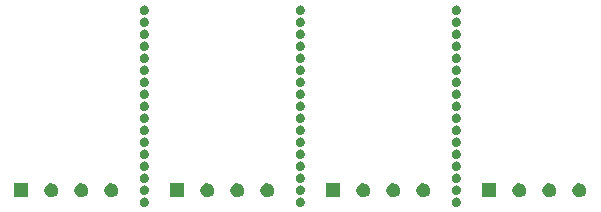
<source format=gbr>
G04 #@! TF.FileFunction,Soldermask,Bot*
%FSLAX46Y46*%
G04 Gerber Fmt 4.6, Leading zero omitted, Abs format (unit mm)*
G04 Created by KiCad (PCBNEW 4.0.2-stable) date Tuesday, February 20, 2018 'AMt' 07:17:42 AM*
%MOMM*%
G01*
G04 APERTURE LIST*
%ADD10C,0.025400*%
G04 APERTURE END LIST*
D10*
G36*
X113833352Y-100444562D02*
X113908984Y-100460087D01*
X113935102Y-100471066D01*
X113980159Y-100490006D01*
X114018384Y-100515790D01*
X114044168Y-100533181D01*
X114098572Y-100587966D01*
X114098574Y-100587969D01*
X114141297Y-100652273D01*
X114170721Y-100723660D01*
X114182275Y-100782015D01*
X114185717Y-100799396D01*
X114184486Y-100887582D01*
X114184466Y-100887670D01*
X114184466Y-100887673D01*
X114167381Y-100962870D01*
X114167380Y-100962872D01*
X114135977Y-101033406D01*
X114100477Y-101083729D01*
X114091469Y-101096499D01*
X114035559Y-101149741D01*
X113970372Y-101191110D01*
X113898383Y-101219033D01*
X113822350Y-101232439D01*
X113745159Y-101230822D01*
X113669751Y-101214243D01*
X113599000Y-101183332D01*
X113535601Y-101139268D01*
X113535600Y-101139267D01*
X113481966Y-101083729D01*
X113449535Y-101033405D01*
X113440142Y-101018830D01*
X113428889Y-100990407D01*
X113411719Y-100947043D01*
X113397782Y-100871106D01*
X113397782Y-100871103D01*
X113398860Y-100793902D01*
X113400255Y-100787341D01*
X113414911Y-100718383D01*
X113445328Y-100647416D01*
X113488947Y-100583711D01*
X113544113Y-100529689D01*
X113560707Y-100518831D01*
X113608718Y-100487413D01*
X113680304Y-100458491D01*
X113756145Y-100444023D01*
X113833352Y-100444562D01*
X113833352Y-100444562D01*
G37*
G36*
X140249352Y-100444562D02*
X140324984Y-100460087D01*
X140351102Y-100471066D01*
X140396159Y-100490006D01*
X140434384Y-100515790D01*
X140460168Y-100533181D01*
X140514572Y-100587966D01*
X140514574Y-100587969D01*
X140557297Y-100652273D01*
X140586721Y-100723660D01*
X140598275Y-100782015D01*
X140601717Y-100799396D01*
X140600486Y-100887582D01*
X140600466Y-100887670D01*
X140600466Y-100887673D01*
X140583381Y-100962870D01*
X140583380Y-100962872D01*
X140551977Y-101033406D01*
X140516477Y-101083729D01*
X140507469Y-101096499D01*
X140451559Y-101149741D01*
X140386372Y-101191110D01*
X140314383Y-101219033D01*
X140238350Y-101232439D01*
X140161159Y-101230822D01*
X140085751Y-101214243D01*
X140015000Y-101183332D01*
X139951601Y-101139268D01*
X139951600Y-101139267D01*
X139897966Y-101083729D01*
X139865535Y-101033405D01*
X139856142Y-101018830D01*
X139844889Y-100990407D01*
X139827719Y-100947043D01*
X139813782Y-100871106D01*
X139813782Y-100871103D01*
X139814860Y-100793902D01*
X139816255Y-100787341D01*
X139830911Y-100718383D01*
X139861328Y-100647416D01*
X139904947Y-100583711D01*
X139960113Y-100529689D01*
X139976707Y-100518831D01*
X140024718Y-100487413D01*
X140096304Y-100458491D01*
X140172145Y-100444023D01*
X140249352Y-100444562D01*
X140249352Y-100444562D01*
G37*
G36*
X127041352Y-100444562D02*
X127116984Y-100460087D01*
X127143102Y-100471066D01*
X127188159Y-100490006D01*
X127226384Y-100515790D01*
X127252168Y-100533181D01*
X127306572Y-100587966D01*
X127306574Y-100587969D01*
X127349297Y-100652273D01*
X127378721Y-100723660D01*
X127390275Y-100782015D01*
X127393717Y-100799396D01*
X127392486Y-100887582D01*
X127392466Y-100887670D01*
X127392466Y-100887673D01*
X127375381Y-100962870D01*
X127375380Y-100962872D01*
X127343977Y-101033406D01*
X127308477Y-101083729D01*
X127299469Y-101096499D01*
X127243559Y-101149741D01*
X127178372Y-101191110D01*
X127106383Y-101219033D01*
X127030350Y-101232439D01*
X126953159Y-101230822D01*
X126877751Y-101214243D01*
X126807000Y-101183332D01*
X126743601Y-101139268D01*
X126743600Y-101139267D01*
X126689966Y-101083729D01*
X126657535Y-101033405D01*
X126648142Y-101018830D01*
X126636889Y-100990407D01*
X126619719Y-100947043D01*
X126605782Y-100871106D01*
X126605782Y-100871103D01*
X126606860Y-100793902D01*
X126608255Y-100787341D01*
X126622911Y-100718383D01*
X126653328Y-100647416D01*
X126696947Y-100583711D01*
X126752113Y-100529689D01*
X126768707Y-100518831D01*
X126816718Y-100487413D01*
X126888304Y-100458491D01*
X126964145Y-100444023D01*
X127041352Y-100444562D01*
X127041352Y-100444562D01*
G37*
G36*
X105979361Y-99238189D02*
X106091589Y-99261226D01*
X106130344Y-99277517D01*
X106197204Y-99305622D01*
X106292184Y-99369687D01*
X106372915Y-99450984D01*
X106386488Y-99471414D01*
X106436314Y-99546408D01*
X106473353Y-99636273D01*
X106479973Y-99652333D01*
X106489882Y-99702381D01*
X106502225Y-99764716D01*
X106500398Y-99895574D01*
X106475016Y-100007295D01*
X106448109Y-100067729D01*
X106428418Y-100111956D01*
X106428417Y-100111957D01*
X106362377Y-100205576D01*
X106279410Y-100284584D01*
X106182677Y-100345972D01*
X106075863Y-100387402D01*
X106075860Y-100387403D01*
X105993768Y-100401878D01*
X105963036Y-100407297D01*
X105963035Y-100407297D01*
X105910659Y-100406200D01*
X105848494Y-100404898D01*
X105736599Y-100380296D01*
X105631613Y-100334429D01*
X105537536Y-100269044D01*
X105457951Y-100186631D01*
X105445514Y-100167333D01*
X105395888Y-100090328D01*
X105353713Y-99983806D01*
X105333032Y-99871124D01*
X105333256Y-99855103D01*
X105334631Y-99756565D01*
X105358451Y-99644501D01*
X105403584Y-99539198D01*
X105468311Y-99444666D01*
X105509239Y-99404587D01*
X105550168Y-99364506D01*
X105646033Y-99301775D01*
X105752258Y-99258857D01*
X105864796Y-99237389D01*
X105979361Y-99238189D01*
X105979361Y-99238189D01*
G37*
G36*
X108519361Y-99238189D02*
X108631589Y-99261226D01*
X108670344Y-99277517D01*
X108737204Y-99305622D01*
X108832184Y-99369687D01*
X108912915Y-99450984D01*
X108926488Y-99471414D01*
X108976314Y-99546408D01*
X109013353Y-99636273D01*
X109019973Y-99652333D01*
X109029882Y-99702381D01*
X109042225Y-99764716D01*
X109040398Y-99895574D01*
X109015016Y-100007295D01*
X108988109Y-100067729D01*
X108968418Y-100111956D01*
X108968417Y-100111957D01*
X108902377Y-100205576D01*
X108819410Y-100284584D01*
X108722677Y-100345972D01*
X108615863Y-100387402D01*
X108615860Y-100387403D01*
X108533768Y-100401878D01*
X108503036Y-100407297D01*
X108503035Y-100407297D01*
X108450659Y-100406200D01*
X108388494Y-100404898D01*
X108276599Y-100380296D01*
X108171613Y-100334429D01*
X108077536Y-100269044D01*
X107997951Y-100186631D01*
X107985514Y-100167333D01*
X107935888Y-100090328D01*
X107893713Y-99983806D01*
X107873032Y-99871124D01*
X107873256Y-99855103D01*
X107874631Y-99756565D01*
X107898451Y-99644501D01*
X107943584Y-99539198D01*
X108008311Y-99444666D01*
X108049239Y-99404587D01*
X108090168Y-99364506D01*
X108186033Y-99301775D01*
X108292258Y-99258857D01*
X108404796Y-99237389D01*
X108519361Y-99238189D01*
X108519361Y-99238189D01*
G37*
G36*
X111059361Y-99238189D02*
X111171589Y-99261226D01*
X111210344Y-99277517D01*
X111277204Y-99305622D01*
X111372184Y-99369687D01*
X111452915Y-99450984D01*
X111466488Y-99471414D01*
X111516314Y-99546408D01*
X111553353Y-99636273D01*
X111559973Y-99652333D01*
X111569882Y-99702381D01*
X111582225Y-99764716D01*
X111580398Y-99895574D01*
X111555016Y-100007295D01*
X111528109Y-100067729D01*
X111508418Y-100111956D01*
X111508417Y-100111957D01*
X111442377Y-100205576D01*
X111359410Y-100284584D01*
X111262677Y-100345972D01*
X111155863Y-100387402D01*
X111155860Y-100387403D01*
X111073768Y-100401878D01*
X111043036Y-100407297D01*
X111043035Y-100407297D01*
X110990659Y-100406200D01*
X110928494Y-100404898D01*
X110816599Y-100380296D01*
X110711613Y-100334429D01*
X110617536Y-100269044D01*
X110537951Y-100186631D01*
X110525514Y-100167333D01*
X110475888Y-100090328D01*
X110433713Y-99983806D01*
X110413032Y-99871124D01*
X110413256Y-99855103D01*
X110414631Y-99756565D01*
X110438451Y-99644501D01*
X110483584Y-99539198D01*
X110548311Y-99444666D01*
X110589239Y-99404587D01*
X110630168Y-99364506D01*
X110726033Y-99301775D01*
X110832258Y-99258857D01*
X110944796Y-99237389D01*
X111059361Y-99238189D01*
X111059361Y-99238189D01*
G37*
G36*
X119187361Y-99238189D02*
X119299589Y-99261226D01*
X119338344Y-99277517D01*
X119405204Y-99305622D01*
X119500184Y-99369687D01*
X119580915Y-99450984D01*
X119594488Y-99471414D01*
X119644314Y-99546408D01*
X119681353Y-99636273D01*
X119687973Y-99652333D01*
X119697882Y-99702381D01*
X119710225Y-99764716D01*
X119708398Y-99895574D01*
X119683016Y-100007295D01*
X119656109Y-100067729D01*
X119636418Y-100111956D01*
X119636417Y-100111957D01*
X119570377Y-100205576D01*
X119487410Y-100284584D01*
X119390677Y-100345972D01*
X119283863Y-100387402D01*
X119283860Y-100387403D01*
X119201768Y-100401878D01*
X119171036Y-100407297D01*
X119171035Y-100407297D01*
X119118659Y-100406200D01*
X119056494Y-100404898D01*
X118944599Y-100380296D01*
X118839613Y-100334429D01*
X118745536Y-100269044D01*
X118665951Y-100186631D01*
X118653514Y-100167333D01*
X118603888Y-100090328D01*
X118561713Y-99983806D01*
X118541032Y-99871124D01*
X118541256Y-99855103D01*
X118542631Y-99756565D01*
X118566451Y-99644501D01*
X118611584Y-99539198D01*
X118676311Y-99444666D01*
X118717239Y-99404587D01*
X118758168Y-99364506D01*
X118854033Y-99301775D01*
X118960258Y-99258857D01*
X119072796Y-99237389D01*
X119187361Y-99238189D01*
X119187361Y-99238189D01*
G37*
G36*
X121727361Y-99238189D02*
X121839589Y-99261226D01*
X121878344Y-99277517D01*
X121945204Y-99305622D01*
X122040184Y-99369687D01*
X122120915Y-99450984D01*
X122134488Y-99471414D01*
X122184314Y-99546408D01*
X122221353Y-99636273D01*
X122227973Y-99652333D01*
X122237882Y-99702381D01*
X122250225Y-99764716D01*
X122248398Y-99895574D01*
X122223016Y-100007295D01*
X122196109Y-100067729D01*
X122176418Y-100111956D01*
X122176417Y-100111957D01*
X122110377Y-100205576D01*
X122027410Y-100284584D01*
X121930677Y-100345972D01*
X121823863Y-100387402D01*
X121823860Y-100387403D01*
X121741768Y-100401878D01*
X121711036Y-100407297D01*
X121711035Y-100407297D01*
X121658659Y-100406200D01*
X121596494Y-100404898D01*
X121484599Y-100380296D01*
X121379613Y-100334429D01*
X121285536Y-100269044D01*
X121205951Y-100186631D01*
X121193514Y-100167333D01*
X121143888Y-100090328D01*
X121101713Y-99983806D01*
X121081032Y-99871124D01*
X121081256Y-99855103D01*
X121082631Y-99756565D01*
X121106451Y-99644501D01*
X121151584Y-99539198D01*
X121216311Y-99444666D01*
X121257239Y-99404587D01*
X121298168Y-99364506D01*
X121394033Y-99301775D01*
X121500258Y-99258857D01*
X121612796Y-99237389D01*
X121727361Y-99238189D01*
X121727361Y-99238189D01*
G37*
G36*
X124267361Y-99238189D02*
X124379589Y-99261226D01*
X124418344Y-99277517D01*
X124485204Y-99305622D01*
X124580184Y-99369687D01*
X124660915Y-99450984D01*
X124674488Y-99471414D01*
X124724314Y-99546408D01*
X124761353Y-99636273D01*
X124767973Y-99652333D01*
X124777882Y-99702381D01*
X124790225Y-99764716D01*
X124788398Y-99895574D01*
X124763016Y-100007295D01*
X124736109Y-100067729D01*
X124716418Y-100111956D01*
X124716417Y-100111957D01*
X124650377Y-100205576D01*
X124567410Y-100284584D01*
X124470677Y-100345972D01*
X124363863Y-100387402D01*
X124363860Y-100387403D01*
X124281768Y-100401878D01*
X124251036Y-100407297D01*
X124251035Y-100407297D01*
X124198659Y-100406200D01*
X124136494Y-100404898D01*
X124024599Y-100380296D01*
X123919613Y-100334429D01*
X123825536Y-100269044D01*
X123745951Y-100186631D01*
X123733514Y-100167333D01*
X123683888Y-100090328D01*
X123641713Y-99983806D01*
X123621032Y-99871124D01*
X123621256Y-99855103D01*
X123622631Y-99756565D01*
X123646451Y-99644501D01*
X123691584Y-99539198D01*
X123756311Y-99444666D01*
X123797239Y-99404587D01*
X123838168Y-99364506D01*
X123934033Y-99301775D01*
X124040258Y-99258857D01*
X124152796Y-99237389D01*
X124267361Y-99238189D01*
X124267361Y-99238189D01*
G37*
G36*
X132395361Y-99238189D02*
X132507589Y-99261226D01*
X132546344Y-99277517D01*
X132613204Y-99305622D01*
X132708184Y-99369687D01*
X132788915Y-99450984D01*
X132802488Y-99471414D01*
X132852314Y-99546408D01*
X132889353Y-99636273D01*
X132895973Y-99652333D01*
X132905882Y-99702381D01*
X132918225Y-99764716D01*
X132916398Y-99895574D01*
X132891016Y-100007295D01*
X132864109Y-100067729D01*
X132844418Y-100111956D01*
X132844417Y-100111957D01*
X132778377Y-100205576D01*
X132695410Y-100284584D01*
X132598677Y-100345972D01*
X132491863Y-100387402D01*
X132491860Y-100387403D01*
X132409768Y-100401878D01*
X132379036Y-100407297D01*
X132379035Y-100407297D01*
X132326659Y-100406200D01*
X132264494Y-100404898D01*
X132152599Y-100380296D01*
X132047613Y-100334429D01*
X131953536Y-100269044D01*
X131873951Y-100186631D01*
X131861514Y-100167333D01*
X131811888Y-100090328D01*
X131769713Y-99983806D01*
X131749032Y-99871124D01*
X131749256Y-99855103D01*
X131750631Y-99756565D01*
X131774451Y-99644501D01*
X131819584Y-99539198D01*
X131884311Y-99444666D01*
X131925239Y-99404587D01*
X131966168Y-99364506D01*
X132062033Y-99301775D01*
X132168258Y-99258857D01*
X132280796Y-99237389D01*
X132395361Y-99238189D01*
X132395361Y-99238189D01*
G37*
G36*
X134935361Y-99238189D02*
X135047589Y-99261226D01*
X135086344Y-99277517D01*
X135153204Y-99305622D01*
X135248184Y-99369687D01*
X135328915Y-99450984D01*
X135342488Y-99471414D01*
X135392314Y-99546408D01*
X135429353Y-99636273D01*
X135435973Y-99652333D01*
X135445882Y-99702381D01*
X135458225Y-99764716D01*
X135456398Y-99895574D01*
X135431016Y-100007295D01*
X135404109Y-100067729D01*
X135384418Y-100111956D01*
X135384417Y-100111957D01*
X135318377Y-100205576D01*
X135235410Y-100284584D01*
X135138677Y-100345972D01*
X135031863Y-100387402D01*
X135031860Y-100387403D01*
X134949768Y-100401878D01*
X134919036Y-100407297D01*
X134919035Y-100407297D01*
X134866659Y-100406200D01*
X134804494Y-100404898D01*
X134692599Y-100380296D01*
X134587613Y-100334429D01*
X134493536Y-100269044D01*
X134413951Y-100186631D01*
X134401514Y-100167333D01*
X134351888Y-100090328D01*
X134309713Y-99983806D01*
X134289032Y-99871124D01*
X134289256Y-99855103D01*
X134290631Y-99756565D01*
X134314451Y-99644501D01*
X134359584Y-99539198D01*
X134424311Y-99444666D01*
X134465239Y-99404587D01*
X134506168Y-99364506D01*
X134602033Y-99301775D01*
X134708258Y-99258857D01*
X134820796Y-99237389D01*
X134935361Y-99238189D01*
X134935361Y-99238189D01*
G37*
G36*
X137475361Y-99238189D02*
X137587589Y-99261226D01*
X137626344Y-99277517D01*
X137693204Y-99305622D01*
X137788184Y-99369687D01*
X137868915Y-99450984D01*
X137882488Y-99471414D01*
X137932314Y-99546408D01*
X137969353Y-99636273D01*
X137975973Y-99652333D01*
X137985882Y-99702381D01*
X137998225Y-99764716D01*
X137996398Y-99895574D01*
X137971016Y-100007295D01*
X137944109Y-100067729D01*
X137924418Y-100111956D01*
X137924417Y-100111957D01*
X137858377Y-100205576D01*
X137775410Y-100284584D01*
X137678677Y-100345972D01*
X137571863Y-100387402D01*
X137571860Y-100387403D01*
X137489768Y-100401878D01*
X137459036Y-100407297D01*
X137459035Y-100407297D01*
X137406659Y-100406200D01*
X137344494Y-100404898D01*
X137232599Y-100380296D01*
X137127613Y-100334429D01*
X137033536Y-100269044D01*
X136953951Y-100186631D01*
X136941514Y-100167333D01*
X136891888Y-100090328D01*
X136849713Y-99983806D01*
X136829032Y-99871124D01*
X136829256Y-99855103D01*
X136830631Y-99756565D01*
X136854451Y-99644501D01*
X136899584Y-99539198D01*
X136964311Y-99444666D01*
X137005239Y-99404587D01*
X137046168Y-99364506D01*
X137142033Y-99301775D01*
X137248258Y-99258857D01*
X137360796Y-99237389D01*
X137475361Y-99238189D01*
X137475361Y-99238189D01*
G37*
G36*
X145603361Y-99238189D02*
X145715589Y-99261226D01*
X145754344Y-99277517D01*
X145821204Y-99305622D01*
X145916184Y-99369687D01*
X145996915Y-99450984D01*
X146010488Y-99471414D01*
X146060314Y-99546408D01*
X146097353Y-99636273D01*
X146103973Y-99652333D01*
X146113882Y-99702381D01*
X146126225Y-99764716D01*
X146124398Y-99895574D01*
X146099016Y-100007295D01*
X146072109Y-100067729D01*
X146052418Y-100111956D01*
X146052417Y-100111957D01*
X145986377Y-100205576D01*
X145903410Y-100284584D01*
X145806677Y-100345972D01*
X145699863Y-100387402D01*
X145699860Y-100387403D01*
X145617768Y-100401878D01*
X145587036Y-100407297D01*
X145587035Y-100407297D01*
X145534659Y-100406200D01*
X145472494Y-100404898D01*
X145360599Y-100380296D01*
X145255613Y-100334429D01*
X145161536Y-100269044D01*
X145081951Y-100186631D01*
X145069514Y-100167333D01*
X145019888Y-100090328D01*
X144977713Y-99983806D01*
X144957032Y-99871124D01*
X144957256Y-99855103D01*
X144958631Y-99756565D01*
X144982451Y-99644501D01*
X145027584Y-99539198D01*
X145092311Y-99444666D01*
X145133239Y-99404587D01*
X145174168Y-99364506D01*
X145270033Y-99301775D01*
X145376258Y-99258857D01*
X145488796Y-99237389D01*
X145603361Y-99238189D01*
X145603361Y-99238189D01*
G37*
G36*
X148143361Y-99238189D02*
X148255589Y-99261226D01*
X148294344Y-99277517D01*
X148361204Y-99305622D01*
X148456184Y-99369687D01*
X148536915Y-99450984D01*
X148550488Y-99471414D01*
X148600314Y-99546408D01*
X148637353Y-99636273D01*
X148643973Y-99652333D01*
X148653882Y-99702381D01*
X148666225Y-99764716D01*
X148664398Y-99895574D01*
X148639016Y-100007295D01*
X148612109Y-100067729D01*
X148592418Y-100111956D01*
X148592417Y-100111957D01*
X148526377Y-100205576D01*
X148443410Y-100284584D01*
X148346677Y-100345972D01*
X148239863Y-100387402D01*
X148239860Y-100387403D01*
X148157768Y-100401878D01*
X148127036Y-100407297D01*
X148127035Y-100407297D01*
X148074659Y-100406200D01*
X148012494Y-100404898D01*
X147900599Y-100380296D01*
X147795613Y-100334429D01*
X147701536Y-100269044D01*
X147621951Y-100186631D01*
X147609514Y-100167333D01*
X147559888Y-100090328D01*
X147517713Y-99983806D01*
X147497032Y-99871124D01*
X147497256Y-99855103D01*
X147498631Y-99756565D01*
X147522451Y-99644501D01*
X147567584Y-99539198D01*
X147632311Y-99444666D01*
X147673239Y-99404587D01*
X147714168Y-99364506D01*
X147810033Y-99301775D01*
X147916258Y-99258857D01*
X148028796Y-99237389D01*
X148143361Y-99238189D01*
X148143361Y-99238189D01*
G37*
G36*
X150683361Y-99238189D02*
X150795589Y-99261226D01*
X150834344Y-99277517D01*
X150901204Y-99305622D01*
X150996184Y-99369687D01*
X151076915Y-99450984D01*
X151090488Y-99471414D01*
X151140314Y-99546408D01*
X151177353Y-99636273D01*
X151183973Y-99652333D01*
X151193882Y-99702381D01*
X151206225Y-99764716D01*
X151204398Y-99895574D01*
X151179016Y-100007295D01*
X151152109Y-100067729D01*
X151132418Y-100111956D01*
X151132417Y-100111957D01*
X151066377Y-100205576D01*
X150983410Y-100284584D01*
X150886677Y-100345972D01*
X150779863Y-100387402D01*
X150779860Y-100387403D01*
X150697768Y-100401878D01*
X150667036Y-100407297D01*
X150667035Y-100407297D01*
X150614659Y-100406200D01*
X150552494Y-100404898D01*
X150440599Y-100380296D01*
X150335613Y-100334429D01*
X150241536Y-100269044D01*
X150161951Y-100186631D01*
X150149514Y-100167333D01*
X150099888Y-100090328D01*
X150057713Y-99983806D01*
X150037032Y-99871124D01*
X150037256Y-99855103D01*
X150038631Y-99756565D01*
X150062451Y-99644501D01*
X150107584Y-99539198D01*
X150172311Y-99444666D01*
X150213239Y-99404587D01*
X150254168Y-99364506D01*
X150350033Y-99301775D01*
X150456258Y-99258857D01*
X150568796Y-99237389D01*
X150683361Y-99238189D01*
X150683361Y-99238189D01*
G37*
G36*
X103962200Y-100406200D02*
X102793800Y-100406200D01*
X102793800Y-99237800D01*
X103962200Y-99237800D01*
X103962200Y-100406200D01*
X103962200Y-100406200D01*
G37*
G36*
X143586200Y-100406200D02*
X142417800Y-100406200D01*
X142417800Y-99237800D01*
X143586200Y-99237800D01*
X143586200Y-100406200D01*
X143586200Y-100406200D01*
G37*
G36*
X130378200Y-100406200D02*
X129209800Y-100406200D01*
X129209800Y-99237800D01*
X130378200Y-99237800D01*
X130378200Y-100406200D01*
X130378200Y-100406200D01*
G37*
G36*
X117170200Y-100406200D02*
X116001800Y-100406200D01*
X116001800Y-99237800D01*
X117170200Y-99237800D01*
X117170200Y-100406200D01*
X117170200Y-100406200D01*
G37*
G36*
X113833352Y-99428562D02*
X113908984Y-99444087D01*
X113935102Y-99455066D01*
X113980159Y-99474006D01*
X114018384Y-99499790D01*
X114044168Y-99517181D01*
X114098572Y-99571966D01*
X114141298Y-99636275D01*
X114144689Y-99644502D01*
X114170721Y-99707660D01*
X114180403Y-99756561D01*
X114185717Y-99783396D01*
X114184486Y-99871582D01*
X114184466Y-99871670D01*
X114184466Y-99871673D01*
X114167381Y-99946870D01*
X114167380Y-99946872D01*
X114135977Y-100017406D01*
X114100477Y-100067729D01*
X114091469Y-100080499D01*
X114035559Y-100133741D01*
X113970372Y-100175110D01*
X113898383Y-100203033D01*
X113822350Y-100216439D01*
X113745159Y-100214822D01*
X113669751Y-100198243D01*
X113599000Y-100167332D01*
X113535601Y-100123268D01*
X113524677Y-100111956D01*
X113481966Y-100067729D01*
X113443020Y-100007295D01*
X113440142Y-100002830D01*
X113428889Y-99974407D01*
X113411719Y-99931043D01*
X113397782Y-99855106D01*
X113397782Y-99855103D01*
X113398860Y-99777902D01*
X113403396Y-99756561D01*
X113414911Y-99702383D01*
X113445328Y-99631416D01*
X113488947Y-99567711D01*
X113544113Y-99513689D01*
X113560707Y-99502831D01*
X113608718Y-99471413D01*
X113680304Y-99442491D01*
X113756145Y-99428023D01*
X113833352Y-99428562D01*
X113833352Y-99428562D01*
G37*
G36*
X140249352Y-99428562D02*
X140324984Y-99444087D01*
X140351102Y-99455066D01*
X140396159Y-99474006D01*
X140434384Y-99499790D01*
X140460168Y-99517181D01*
X140514572Y-99571966D01*
X140557298Y-99636275D01*
X140560689Y-99644502D01*
X140586721Y-99707660D01*
X140596403Y-99756561D01*
X140601717Y-99783396D01*
X140600486Y-99871582D01*
X140600466Y-99871670D01*
X140600466Y-99871673D01*
X140583381Y-99946870D01*
X140583380Y-99946872D01*
X140551977Y-100017406D01*
X140516477Y-100067729D01*
X140507469Y-100080499D01*
X140451559Y-100133741D01*
X140386372Y-100175110D01*
X140314383Y-100203033D01*
X140238350Y-100216439D01*
X140161159Y-100214822D01*
X140085751Y-100198243D01*
X140015000Y-100167332D01*
X139951601Y-100123268D01*
X139940677Y-100111956D01*
X139897966Y-100067729D01*
X139859020Y-100007295D01*
X139856142Y-100002830D01*
X139844889Y-99974407D01*
X139827719Y-99931043D01*
X139813782Y-99855106D01*
X139813782Y-99855103D01*
X139814860Y-99777902D01*
X139819396Y-99756561D01*
X139830911Y-99702383D01*
X139861328Y-99631416D01*
X139904947Y-99567711D01*
X139960113Y-99513689D01*
X139976707Y-99502831D01*
X140024718Y-99471413D01*
X140096304Y-99442491D01*
X140172145Y-99428023D01*
X140249352Y-99428562D01*
X140249352Y-99428562D01*
G37*
G36*
X127041352Y-99428562D02*
X127116984Y-99444087D01*
X127143102Y-99455066D01*
X127188159Y-99474006D01*
X127226384Y-99499790D01*
X127252168Y-99517181D01*
X127306572Y-99571966D01*
X127349298Y-99636275D01*
X127352689Y-99644502D01*
X127378721Y-99707660D01*
X127388403Y-99756561D01*
X127393717Y-99783396D01*
X127392486Y-99871582D01*
X127392466Y-99871670D01*
X127392466Y-99871673D01*
X127375381Y-99946870D01*
X127375380Y-99946872D01*
X127343977Y-100017406D01*
X127308477Y-100067729D01*
X127299469Y-100080499D01*
X127243559Y-100133741D01*
X127178372Y-100175110D01*
X127106383Y-100203033D01*
X127030350Y-100216439D01*
X126953159Y-100214822D01*
X126877751Y-100198243D01*
X126807000Y-100167332D01*
X126743601Y-100123268D01*
X126732677Y-100111956D01*
X126689966Y-100067729D01*
X126651020Y-100007295D01*
X126648142Y-100002830D01*
X126636889Y-99974407D01*
X126619719Y-99931043D01*
X126605782Y-99855106D01*
X126605782Y-99855103D01*
X126606860Y-99777902D01*
X126611396Y-99756561D01*
X126622911Y-99702383D01*
X126653328Y-99631416D01*
X126696947Y-99567711D01*
X126752113Y-99513689D01*
X126768707Y-99502831D01*
X126816718Y-99471413D01*
X126888304Y-99442491D01*
X126964145Y-99428023D01*
X127041352Y-99428562D01*
X127041352Y-99428562D01*
G37*
G36*
X127041352Y-98412562D02*
X127116984Y-98428087D01*
X127143102Y-98439066D01*
X127188159Y-98458006D01*
X127226384Y-98483790D01*
X127252168Y-98501181D01*
X127306572Y-98555966D01*
X127306574Y-98555969D01*
X127349297Y-98620273D01*
X127378721Y-98691660D01*
X127390275Y-98750015D01*
X127393717Y-98767396D01*
X127392486Y-98855582D01*
X127392466Y-98855670D01*
X127392466Y-98855673D01*
X127375381Y-98930870D01*
X127375380Y-98930872D01*
X127343977Y-99001406D01*
X127308477Y-99051729D01*
X127299469Y-99064499D01*
X127243559Y-99117741D01*
X127178372Y-99159110D01*
X127106383Y-99187033D01*
X127030350Y-99200439D01*
X126953159Y-99198822D01*
X126877751Y-99182243D01*
X126807000Y-99151332D01*
X126743601Y-99107268D01*
X126743600Y-99107267D01*
X126689966Y-99051729D01*
X126657535Y-99001405D01*
X126648142Y-98986830D01*
X126636889Y-98958407D01*
X126619719Y-98915043D01*
X126605782Y-98839106D01*
X126605782Y-98839103D01*
X126606860Y-98761902D01*
X126608255Y-98755341D01*
X126622911Y-98686383D01*
X126653328Y-98615416D01*
X126696947Y-98551711D01*
X126752113Y-98497689D01*
X126768707Y-98486831D01*
X126816718Y-98455413D01*
X126888304Y-98426491D01*
X126964145Y-98412023D01*
X127041352Y-98412562D01*
X127041352Y-98412562D01*
G37*
G36*
X140249352Y-98412562D02*
X140324984Y-98428087D01*
X140351102Y-98439066D01*
X140396159Y-98458006D01*
X140434384Y-98483790D01*
X140460168Y-98501181D01*
X140514572Y-98555966D01*
X140514574Y-98555969D01*
X140557297Y-98620273D01*
X140586721Y-98691660D01*
X140598275Y-98750015D01*
X140601717Y-98767396D01*
X140600486Y-98855582D01*
X140600466Y-98855670D01*
X140600466Y-98855673D01*
X140583381Y-98930870D01*
X140583380Y-98930872D01*
X140551977Y-99001406D01*
X140516477Y-99051729D01*
X140507469Y-99064499D01*
X140451559Y-99117741D01*
X140386372Y-99159110D01*
X140314383Y-99187033D01*
X140238350Y-99200439D01*
X140161159Y-99198822D01*
X140085751Y-99182243D01*
X140015000Y-99151332D01*
X139951601Y-99107268D01*
X139951600Y-99107267D01*
X139897966Y-99051729D01*
X139865535Y-99001405D01*
X139856142Y-98986830D01*
X139844889Y-98958407D01*
X139827719Y-98915043D01*
X139813782Y-98839106D01*
X139813782Y-98839103D01*
X139814860Y-98761902D01*
X139816255Y-98755341D01*
X139830911Y-98686383D01*
X139861328Y-98615416D01*
X139904947Y-98551711D01*
X139960113Y-98497689D01*
X139976707Y-98486831D01*
X140024718Y-98455413D01*
X140096304Y-98426491D01*
X140172145Y-98412023D01*
X140249352Y-98412562D01*
X140249352Y-98412562D01*
G37*
G36*
X113833352Y-98412562D02*
X113908984Y-98428087D01*
X113935102Y-98439066D01*
X113980159Y-98458006D01*
X114018384Y-98483790D01*
X114044168Y-98501181D01*
X114098572Y-98555966D01*
X114098574Y-98555969D01*
X114141297Y-98620273D01*
X114170721Y-98691660D01*
X114182275Y-98750015D01*
X114185717Y-98767396D01*
X114184486Y-98855582D01*
X114184466Y-98855670D01*
X114184466Y-98855673D01*
X114167381Y-98930870D01*
X114167380Y-98930872D01*
X114135977Y-99001406D01*
X114100477Y-99051729D01*
X114091469Y-99064499D01*
X114035559Y-99117741D01*
X113970372Y-99159110D01*
X113898383Y-99187033D01*
X113822350Y-99200439D01*
X113745159Y-99198822D01*
X113669751Y-99182243D01*
X113599000Y-99151332D01*
X113535601Y-99107268D01*
X113535600Y-99107267D01*
X113481966Y-99051729D01*
X113449535Y-99001405D01*
X113440142Y-98986830D01*
X113428889Y-98958407D01*
X113411719Y-98915043D01*
X113397782Y-98839106D01*
X113397782Y-98839103D01*
X113398860Y-98761902D01*
X113400255Y-98755341D01*
X113414911Y-98686383D01*
X113445328Y-98615416D01*
X113488947Y-98551711D01*
X113544113Y-98497689D01*
X113560707Y-98486831D01*
X113608718Y-98455413D01*
X113680304Y-98426491D01*
X113756145Y-98412023D01*
X113833352Y-98412562D01*
X113833352Y-98412562D01*
G37*
G36*
X127041352Y-97396562D02*
X127116984Y-97412087D01*
X127143102Y-97423066D01*
X127188159Y-97442006D01*
X127226384Y-97467790D01*
X127252168Y-97485181D01*
X127306572Y-97539966D01*
X127306574Y-97539969D01*
X127349297Y-97604273D01*
X127378721Y-97675660D01*
X127390275Y-97734015D01*
X127393717Y-97751396D01*
X127392486Y-97839582D01*
X127392466Y-97839670D01*
X127392466Y-97839673D01*
X127375381Y-97914870D01*
X127375380Y-97914872D01*
X127343977Y-97985406D01*
X127308477Y-98035729D01*
X127299469Y-98048499D01*
X127243559Y-98101741D01*
X127178372Y-98143110D01*
X127106383Y-98171033D01*
X127030350Y-98184439D01*
X126953159Y-98182822D01*
X126877751Y-98166243D01*
X126807000Y-98135332D01*
X126743601Y-98091268D01*
X126743600Y-98091267D01*
X126689966Y-98035729D01*
X126657535Y-97985405D01*
X126648142Y-97970830D01*
X126636889Y-97942407D01*
X126619719Y-97899043D01*
X126605782Y-97823106D01*
X126605782Y-97823103D01*
X126606860Y-97745902D01*
X126608255Y-97739341D01*
X126622911Y-97670383D01*
X126653328Y-97599416D01*
X126696947Y-97535711D01*
X126752113Y-97481689D01*
X126768707Y-97470831D01*
X126816718Y-97439413D01*
X126888304Y-97410491D01*
X126964145Y-97396023D01*
X127041352Y-97396562D01*
X127041352Y-97396562D01*
G37*
G36*
X140249352Y-97396562D02*
X140324984Y-97412087D01*
X140351102Y-97423066D01*
X140396159Y-97442006D01*
X140434384Y-97467790D01*
X140460168Y-97485181D01*
X140514572Y-97539966D01*
X140514574Y-97539969D01*
X140557297Y-97604273D01*
X140586721Y-97675660D01*
X140598275Y-97734015D01*
X140601717Y-97751396D01*
X140600486Y-97839582D01*
X140600466Y-97839670D01*
X140600466Y-97839673D01*
X140583381Y-97914870D01*
X140583380Y-97914872D01*
X140551977Y-97985406D01*
X140516477Y-98035729D01*
X140507469Y-98048499D01*
X140451559Y-98101741D01*
X140386372Y-98143110D01*
X140314383Y-98171033D01*
X140238350Y-98184439D01*
X140161159Y-98182822D01*
X140085751Y-98166243D01*
X140015000Y-98135332D01*
X139951601Y-98091268D01*
X139951600Y-98091267D01*
X139897966Y-98035729D01*
X139865535Y-97985405D01*
X139856142Y-97970830D01*
X139844889Y-97942407D01*
X139827719Y-97899043D01*
X139813782Y-97823106D01*
X139813782Y-97823103D01*
X139814860Y-97745902D01*
X139816255Y-97739341D01*
X139830911Y-97670383D01*
X139861328Y-97599416D01*
X139904947Y-97535711D01*
X139960113Y-97481689D01*
X139976707Y-97470831D01*
X140024718Y-97439413D01*
X140096304Y-97410491D01*
X140172145Y-97396023D01*
X140249352Y-97396562D01*
X140249352Y-97396562D01*
G37*
G36*
X113833352Y-97396562D02*
X113908984Y-97412087D01*
X113935102Y-97423066D01*
X113980159Y-97442006D01*
X114018384Y-97467790D01*
X114044168Y-97485181D01*
X114098572Y-97539966D01*
X114098574Y-97539969D01*
X114141297Y-97604273D01*
X114170721Y-97675660D01*
X114182275Y-97734015D01*
X114185717Y-97751396D01*
X114184486Y-97839582D01*
X114184466Y-97839670D01*
X114184466Y-97839673D01*
X114167381Y-97914870D01*
X114167380Y-97914872D01*
X114135977Y-97985406D01*
X114100477Y-98035729D01*
X114091469Y-98048499D01*
X114035559Y-98101741D01*
X113970372Y-98143110D01*
X113898383Y-98171033D01*
X113822350Y-98184439D01*
X113745159Y-98182822D01*
X113669751Y-98166243D01*
X113599000Y-98135332D01*
X113535601Y-98091268D01*
X113535600Y-98091267D01*
X113481966Y-98035729D01*
X113449535Y-97985405D01*
X113440142Y-97970830D01*
X113428889Y-97942407D01*
X113411719Y-97899043D01*
X113397782Y-97823106D01*
X113397782Y-97823103D01*
X113398860Y-97745902D01*
X113400255Y-97739341D01*
X113414911Y-97670383D01*
X113445328Y-97599416D01*
X113488947Y-97535711D01*
X113544113Y-97481689D01*
X113560707Y-97470831D01*
X113608718Y-97439413D01*
X113680304Y-97410491D01*
X113756145Y-97396023D01*
X113833352Y-97396562D01*
X113833352Y-97396562D01*
G37*
G36*
X113833352Y-96380562D02*
X113908984Y-96396087D01*
X113935102Y-96407066D01*
X113980159Y-96426006D01*
X114018384Y-96451790D01*
X114044168Y-96469181D01*
X114098572Y-96523966D01*
X114098574Y-96523969D01*
X114141297Y-96588273D01*
X114170721Y-96659660D01*
X114182275Y-96718015D01*
X114185717Y-96735396D01*
X114184486Y-96823582D01*
X114184466Y-96823670D01*
X114184466Y-96823673D01*
X114167381Y-96898870D01*
X114167380Y-96898872D01*
X114135977Y-96969406D01*
X114100477Y-97019729D01*
X114091469Y-97032499D01*
X114035559Y-97085741D01*
X113970372Y-97127110D01*
X113898383Y-97155033D01*
X113822350Y-97168439D01*
X113745159Y-97166822D01*
X113669751Y-97150243D01*
X113599000Y-97119332D01*
X113535601Y-97075268D01*
X113535600Y-97075267D01*
X113481966Y-97019729D01*
X113449535Y-96969405D01*
X113440142Y-96954830D01*
X113428889Y-96926407D01*
X113411719Y-96883043D01*
X113397782Y-96807106D01*
X113397782Y-96807103D01*
X113398860Y-96729902D01*
X113400255Y-96723341D01*
X113414911Y-96654383D01*
X113445328Y-96583416D01*
X113488947Y-96519711D01*
X113544113Y-96465689D01*
X113560707Y-96454831D01*
X113608718Y-96423413D01*
X113680304Y-96394491D01*
X113756145Y-96380023D01*
X113833352Y-96380562D01*
X113833352Y-96380562D01*
G37*
G36*
X140249352Y-96380562D02*
X140324984Y-96396087D01*
X140351102Y-96407066D01*
X140396159Y-96426006D01*
X140434384Y-96451790D01*
X140460168Y-96469181D01*
X140514572Y-96523966D01*
X140514574Y-96523969D01*
X140557297Y-96588273D01*
X140586721Y-96659660D01*
X140598275Y-96718015D01*
X140601717Y-96735396D01*
X140600486Y-96823582D01*
X140600466Y-96823670D01*
X140600466Y-96823673D01*
X140583381Y-96898870D01*
X140583380Y-96898872D01*
X140551977Y-96969406D01*
X140516477Y-97019729D01*
X140507469Y-97032499D01*
X140451559Y-97085741D01*
X140386372Y-97127110D01*
X140314383Y-97155033D01*
X140238350Y-97168439D01*
X140161159Y-97166822D01*
X140085751Y-97150243D01*
X140015000Y-97119332D01*
X139951601Y-97075268D01*
X139951600Y-97075267D01*
X139897966Y-97019729D01*
X139865535Y-96969405D01*
X139856142Y-96954830D01*
X139844889Y-96926407D01*
X139827719Y-96883043D01*
X139813782Y-96807106D01*
X139813782Y-96807103D01*
X139814860Y-96729902D01*
X139816255Y-96723341D01*
X139830911Y-96654383D01*
X139861328Y-96583416D01*
X139904947Y-96519711D01*
X139960113Y-96465689D01*
X139976707Y-96454831D01*
X140024718Y-96423413D01*
X140096304Y-96394491D01*
X140172145Y-96380023D01*
X140249352Y-96380562D01*
X140249352Y-96380562D01*
G37*
G36*
X127041352Y-96380562D02*
X127116984Y-96396087D01*
X127143102Y-96407066D01*
X127188159Y-96426006D01*
X127226384Y-96451790D01*
X127252168Y-96469181D01*
X127306572Y-96523966D01*
X127306574Y-96523969D01*
X127349297Y-96588273D01*
X127378721Y-96659660D01*
X127390275Y-96718015D01*
X127393717Y-96735396D01*
X127392486Y-96823582D01*
X127392466Y-96823670D01*
X127392466Y-96823673D01*
X127375381Y-96898870D01*
X127375380Y-96898872D01*
X127343977Y-96969406D01*
X127308477Y-97019729D01*
X127299469Y-97032499D01*
X127243559Y-97085741D01*
X127178372Y-97127110D01*
X127106383Y-97155033D01*
X127030350Y-97168439D01*
X126953159Y-97166822D01*
X126877751Y-97150243D01*
X126807000Y-97119332D01*
X126743601Y-97075268D01*
X126743600Y-97075267D01*
X126689966Y-97019729D01*
X126657535Y-96969405D01*
X126648142Y-96954830D01*
X126636889Y-96926407D01*
X126619719Y-96883043D01*
X126605782Y-96807106D01*
X126605782Y-96807103D01*
X126606860Y-96729902D01*
X126608255Y-96723341D01*
X126622911Y-96654383D01*
X126653328Y-96583416D01*
X126696947Y-96519711D01*
X126752113Y-96465689D01*
X126768707Y-96454831D01*
X126816718Y-96423413D01*
X126888304Y-96394491D01*
X126964145Y-96380023D01*
X127041352Y-96380562D01*
X127041352Y-96380562D01*
G37*
G36*
X127041352Y-95364562D02*
X127116984Y-95380087D01*
X127143102Y-95391066D01*
X127188159Y-95410006D01*
X127226384Y-95435790D01*
X127252168Y-95453181D01*
X127306572Y-95507966D01*
X127306574Y-95507969D01*
X127349297Y-95572273D01*
X127378721Y-95643660D01*
X127390275Y-95702015D01*
X127393717Y-95719396D01*
X127392486Y-95807582D01*
X127392466Y-95807670D01*
X127392466Y-95807673D01*
X127375381Y-95882870D01*
X127375380Y-95882872D01*
X127343977Y-95953406D01*
X127308477Y-96003729D01*
X127299469Y-96016499D01*
X127243559Y-96069741D01*
X127178372Y-96111110D01*
X127106383Y-96139033D01*
X127030350Y-96152439D01*
X126953159Y-96150822D01*
X126877751Y-96134243D01*
X126807000Y-96103332D01*
X126743601Y-96059268D01*
X126743600Y-96059267D01*
X126689966Y-96003729D01*
X126657535Y-95953405D01*
X126648142Y-95938830D01*
X126636889Y-95910407D01*
X126619719Y-95867043D01*
X126605782Y-95791106D01*
X126605782Y-95791103D01*
X126606860Y-95713902D01*
X126608255Y-95707341D01*
X126622911Y-95638383D01*
X126653328Y-95567416D01*
X126696947Y-95503711D01*
X126752113Y-95449689D01*
X126768707Y-95438831D01*
X126816718Y-95407413D01*
X126888304Y-95378491D01*
X126964145Y-95364023D01*
X127041352Y-95364562D01*
X127041352Y-95364562D01*
G37*
G36*
X140249352Y-95364562D02*
X140324984Y-95380087D01*
X140351102Y-95391066D01*
X140396159Y-95410006D01*
X140434384Y-95435790D01*
X140460168Y-95453181D01*
X140514572Y-95507966D01*
X140514574Y-95507969D01*
X140557297Y-95572273D01*
X140586721Y-95643660D01*
X140598275Y-95702015D01*
X140601717Y-95719396D01*
X140600486Y-95807582D01*
X140600466Y-95807670D01*
X140600466Y-95807673D01*
X140583381Y-95882870D01*
X140583380Y-95882872D01*
X140551977Y-95953406D01*
X140516477Y-96003729D01*
X140507469Y-96016499D01*
X140451559Y-96069741D01*
X140386372Y-96111110D01*
X140314383Y-96139033D01*
X140238350Y-96152439D01*
X140161159Y-96150822D01*
X140085751Y-96134243D01*
X140015000Y-96103332D01*
X139951601Y-96059268D01*
X139951600Y-96059267D01*
X139897966Y-96003729D01*
X139865535Y-95953405D01*
X139856142Y-95938830D01*
X139844889Y-95910407D01*
X139827719Y-95867043D01*
X139813782Y-95791106D01*
X139813782Y-95791103D01*
X139814860Y-95713902D01*
X139816255Y-95707341D01*
X139830911Y-95638383D01*
X139861328Y-95567416D01*
X139904947Y-95503711D01*
X139960113Y-95449689D01*
X139976707Y-95438831D01*
X140024718Y-95407413D01*
X140096304Y-95378491D01*
X140172145Y-95364023D01*
X140249352Y-95364562D01*
X140249352Y-95364562D01*
G37*
G36*
X113833352Y-95364562D02*
X113908984Y-95380087D01*
X113935102Y-95391066D01*
X113980159Y-95410006D01*
X114018384Y-95435790D01*
X114044168Y-95453181D01*
X114098572Y-95507966D01*
X114098574Y-95507969D01*
X114141297Y-95572273D01*
X114170721Y-95643660D01*
X114182275Y-95702015D01*
X114185717Y-95719396D01*
X114184486Y-95807582D01*
X114184466Y-95807670D01*
X114184466Y-95807673D01*
X114167381Y-95882870D01*
X114167380Y-95882872D01*
X114135977Y-95953406D01*
X114100477Y-96003729D01*
X114091469Y-96016499D01*
X114035559Y-96069741D01*
X113970372Y-96111110D01*
X113898383Y-96139033D01*
X113822350Y-96152439D01*
X113745159Y-96150822D01*
X113669751Y-96134243D01*
X113599000Y-96103332D01*
X113535601Y-96059268D01*
X113535600Y-96059267D01*
X113481966Y-96003729D01*
X113449535Y-95953405D01*
X113440142Y-95938830D01*
X113428889Y-95910407D01*
X113411719Y-95867043D01*
X113397782Y-95791106D01*
X113397782Y-95791103D01*
X113398860Y-95713902D01*
X113400255Y-95707341D01*
X113414911Y-95638383D01*
X113445328Y-95567416D01*
X113488947Y-95503711D01*
X113544113Y-95449689D01*
X113560707Y-95438831D01*
X113608718Y-95407413D01*
X113680304Y-95378491D01*
X113756145Y-95364023D01*
X113833352Y-95364562D01*
X113833352Y-95364562D01*
G37*
G36*
X140249352Y-94348562D02*
X140324984Y-94364087D01*
X140351102Y-94375066D01*
X140396159Y-94394006D01*
X140434384Y-94419790D01*
X140460168Y-94437181D01*
X140514572Y-94491966D01*
X140514574Y-94491969D01*
X140557297Y-94556273D01*
X140586721Y-94627660D01*
X140598275Y-94686015D01*
X140601717Y-94703396D01*
X140600486Y-94791582D01*
X140600466Y-94791670D01*
X140600466Y-94791673D01*
X140583381Y-94866870D01*
X140583380Y-94866872D01*
X140551977Y-94937406D01*
X140516477Y-94987729D01*
X140507469Y-95000499D01*
X140451559Y-95053741D01*
X140386372Y-95095110D01*
X140314383Y-95123033D01*
X140238350Y-95136439D01*
X140161159Y-95134822D01*
X140085751Y-95118243D01*
X140015000Y-95087332D01*
X139951601Y-95043268D01*
X139951600Y-95043267D01*
X139897966Y-94987729D01*
X139865535Y-94937405D01*
X139856142Y-94922830D01*
X139844889Y-94894407D01*
X139827719Y-94851043D01*
X139813782Y-94775106D01*
X139813782Y-94775103D01*
X139814860Y-94697902D01*
X139816255Y-94691341D01*
X139830911Y-94622383D01*
X139861328Y-94551416D01*
X139904947Y-94487711D01*
X139960113Y-94433689D01*
X139976707Y-94422831D01*
X140024718Y-94391413D01*
X140096304Y-94362491D01*
X140172145Y-94348023D01*
X140249352Y-94348562D01*
X140249352Y-94348562D01*
G37*
G36*
X113833352Y-94348562D02*
X113908984Y-94364087D01*
X113935102Y-94375066D01*
X113980159Y-94394006D01*
X114018384Y-94419790D01*
X114044168Y-94437181D01*
X114098572Y-94491966D01*
X114098574Y-94491969D01*
X114141297Y-94556273D01*
X114170721Y-94627660D01*
X114182275Y-94686015D01*
X114185717Y-94703396D01*
X114184486Y-94791582D01*
X114184466Y-94791670D01*
X114184466Y-94791673D01*
X114167381Y-94866870D01*
X114167380Y-94866872D01*
X114135977Y-94937406D01*
X114100477Y-94987729D01*
X114091469Y-95000499D01*
X114035559Y-95053741D01*
X113970372Y-95095110D01*
X113898383Y-95123033D01*
X113822350Y-95136439D01*
X113745159Y-95134822D01*
X113669751Y-95118243D01*
X113599000Y-95087332D01*
X113535601Y-95043268D01*
X113535600Y-95043267D01*
X113481966Y-94987729D01*
X113449535Y-94937405D01*
X113440142Y-94922830D01*
X113428889Y-94894407D01*
X113411719Y-94851043D01*
X113397782Y-94775106D01*
X113397782Y-94775103D01*
X113398860Y-94697902D01*
X113400255Y-94691341D01*
X113414911Y-94622383D01*
X113445328Y-94551416D01*
X113488947Y-94487711D01*
X113544113Y-94433689D01*
X113560707Y-94422831D01*
X113608718Y-94391413D01*
X113680304Y-94362491D01*
X113756145Y-94348023D01*
X113833352Y-94348562D01*
X113833352Y-94348562D01*
G37*
G36*
X127041352Y-94348562D02*
X127116984Y-94364087D01*
X127143102Y-94375066D01*
X127188159Y-94394006D01*
X127226384Y-94419790D01*
X127252168Y-94437181D01*
X127306572Y-94491966D01*
X127306574Y-94491969D01*
X127349297Y-94556273D01*
X127378721Y-94627660D01*
X127390275Y-94686015D01*
X127393717Y-94703396D01*
X127392486Y-94791582D01*
X127392466Y-94791670D01*
X127392466Y-94791673D01*
X127375381Y-94866870D01*
X127375380Y-94866872D01*
X127343977Y-94937406D01*
X127308477Y-94987729D01*
X127299469Y-95000499D01*
X127243559Y-95053741D01*
X127178372Y-95095110D01*
X127106383Y-95123033D01*
X127030350Y-95136439D01*
X126953159Y-95134822D01*
X126877751Y-95118243D01*
X126807000Y-95087332D01*
X126743601Y-95043268D01*
X126743600Y-95043267D01*
X126689966Y-94987729D01*
X126657535Y-94937405D01*
X126648142Y-94922830D01*
X126636889Y-94894407D01*
X126619719Y-94851043D01*
X126605782Y-94775106D01*
X126605782Y-94775103D01*
X126606860Y-94697902D01*
X126608255Y-94691341D01*
X126622911Y-94622383D01*
X126653328Y-94551416D01*
X126696947Y-94487711D01*
X126752113Y-94433689D01*
X126768707Y-94422831D01*
X126816718Y-94391413D01*
X126888304Y-94362491D01*
X126964145Y-94348023D01*
X127041352Y-94348562D01*
X127041352Y-94348562D01*
G37*
G36*
X113833352Y-93332562D02*
X113908984Y-93348087D01*
X113935102Y-93359066D01*
X113980159Y-93378006D01*
X114018384Y-93403790D01*
X114044168Y-93421181D01*
X114098572Y-93475966D01*
X114098574Y-93475969D01*
X114141297Y-93540273D01*
X114170721Y-93611660D01*
X114182275Y-93670015D01*
X114185717Y-93687396D01*
X114184486Y-93775582D01*
X114184466Y-93775670D01*
X114184466Y-93775673D01*
X114167381Y-93850870D01*
X114167380Y-93850872D01*
X114135977Y-93921406D01*
X114100477Y-93971729D01*
X114091469Y-93984499D01*
X114035559Y-94037741D01*
X113970372Y-94079110D01*
X113898383Y-94107033D01*
X113822350Y-94120439D01*
X113745159Y-94118822D01*
X113669751Y-94102243D01*
X113599000Y-94071332D01*
X113535601Y-94027268D01*
X113535600Y-94027267D01*
X113481966Y-93971729D01*
X113449535Y-93921405D01*
X113440142Y-93906830D01*
X113428889Y-93878407D01*
X113411719Y-93835043D01*
X113397782Y-93759106D01*
X113397782Y-93759103D01*
X113398860Y-93681902D01*
X113400255Y-93675341D01*
X113414911Y-93606383D01*
X113445328Y-93535416D01*
X113488947Y-93471711D01*
X113544113Y-93417689D01*
X113560707Y-93406831D01*
X113608718Y-93375413D01*
X113680304Y-93346491D01*
X113756145Y-93332023D01*
X113833352Y-93332562D01*
X113833352Y-93332562D01*
G37*
G36*
X140249352Y-93332562D02*
X140324984Y-93348087D01*
X140351102Y-93359066D01*
X140396159Y-93378006D01*
X140434384Y-93403790D01*
X140460168Y-93421181D01*
X140514572Y-93475966D01*
X140514574Y-93475969D01*
X140557297Y-93540273D01*
X140586721Y-93611660D01*
X140598275Y-93670015D01*
X140601717Y-93687396D01*
X140600486Y-93775582D01*
X140600466Y-93775670D01*
X140600466Y-93775673D01*
X140583381Y-93850870D01*
X140583380Y-93850872D01*
X140551977Y-93921406D01*
X140516477Y-93971729D01*
X140507469Y-93984499D01*
X140451559Y-94037741D01*
X140386372Y-94079110D01*
X140314383Y-94107033D01*
X140238350Y-94120439D01*
X140161159Y-94118822D01*
X140085751Y-94102243D01*
X140015000Y-94071332D01*
X139951601Y-94027268D01*
X139951600Y-94027267D01*
X139897966Y-93971729D01*
X139865535Y-93921405D01*
X139856142Y-93906830D01*
X139844889Y-93878407D01*
X139827719Y-93835043D01*
X139813782Y-93759106D01*
X139813782Y-93759103D01*
X139814860Y-93681902D01*
X139816255Y-93675341D01*
X139830911Y-93606383D01*
X139861328Y-93535416D01*
X139904947Y-93471711D01*
X139960113Y-93417689D01*
X139976707Y-93406831D01*
X140024718Y-93375413D01*
X140096304Y-93346491D01*
X140172145Y-93332023D01*
X140249352Y-93332562D01*
X140249352Y-93332562D01*
G37*
G36*
X127041352Y-93332562D02*
X127116984Y-93348087D01*
X127143102Y-93359066D01*
X127188159Y-93378006D01*
X127226384Y-93403790D01*
X127252168Y-93421181D01*
X127306572Y-93475966D01*
X127306574Y-93475969D01*
X127349297Y-93540273D01*
X127378721Y-93611660D01*
X127390275Y-93670015D01*
X127393717Y-93687396D01*
X127392486Y-93775582D01*
X127392466Y-93775670D01*
X127392466Y-93775673D01*
X127375381Y-93850870D01*
X127375380Y-93850872D01*
X127343977Y-93921406D01*
X127308477Y-93971729D01*
X127299469Y-93984499D01*
X127243559Y-94037741D01*
X127178372Y-94079110D01*
X127106383Y-94107033D01*
X127030350Y-94120439D01*
X126953159Y-94118822D01*
X126877751Y-94102243D01*
X126807000Y-94071332D01*
X126743601Y-94027268D01*
X126743600Y-94027267D01*
X126689966Y-93971729D01*
X126657535Y-93921405D01*
X126648142Y-93906830D01*
X126636889Y-93878407D01*
X126619719Y-93835043D01*
X126605782Y-93759106D01*
X126605782Y-93759103D01*
X126606860Y-93681902D01*
X126608255Y-93675341D01*
X126622911Y-93606383D01*
X126653328Y-93535416D01*
X126696947Y-93471711D01*
X126752113Y-93417689D01*
X126768707Y-93406831D01*
X126816718Y-93375413D01*
X126888304Y-93346491D01*
X126964145Y-93332023D01*
X127041352Y-93332562D01*
X127041352Y-93332562D01*
G37*
G36*
X140249352Y-92316562D02*
X140324984Y-92332087D01*
X140351102Y-92343066D01*
X140396159Y-92362006D01*
X140434384Y-92387790D01*
X140460168Y-92405181D01*
X140514572Y-92459966D01*
X140514574Y-92459969D01*
X140557297Y-92524273D01*
X140586721Y-92595660D01*
X140598275Y-92654015D01*
X140601717Y-92671396D01*
X140600486Y-92759582D01*
X140600466Y-92759670D01*
X140600466Y-92759673D01*
X140583381Y-92834870D01*
X140583380Y-92834872D01*
X140551977Y-92905406D01*
X140516477Y-92955729D01*
X140507469Y-92968499D01*
X140451559Y-93021741D01*
X140386372Y-93063110D01*
X140314383Y-93091033D01*
X140238350Y-93104439D01*
X140161159Y-93102822D01*
X140085751Y-93086243D01*
X140015000Y-93055332D01*
X139951601Y-93011268D01*
X139951600Y-93011267D01*
X139897966Y-92955729D01*
X139865535Y-92905405D01*
X139856142Y-92890830D01*
X139844889Y-92862407D01*
X139827719Y-92819043D01*
X139813782Y-92743106D01*
X139813782Y-92743103D01*
X139814860Y-92665902D01*
X139816255Y-92659341D01*
X139830911Y-92590383D01*
X139861328Y-92519416D01*
X139904947Y-92455711D01*
X139960113Y-92401689D01*
X139976707Y-92390831D01*
X140024718Y-92359413D01*
X140096304Y-92330491D01*
X140172145Y-92316023D01*
X140249352Y-92316562D01*
X140249352Y-92316562D01*
G37*
G36*
X127041352Y-92316562D02*
X127116984Y-92332087D01*
X127143102Y-92343066D01*
X127188159Y-92362006D01*
X127226384Y-92387790D01*
X127252168Y-92405181D01*
X127306572Y-92459966D01*
X127306574Y-92459969D01*
X127349297Y-92524273D01*
X127378721Y-92595660D01*
X127390275Y-92654015D01*
X127393717Y-92671396D01*
X127392486Y-92759582D01*
X127392466Y-92759670D01*
X127392466Y-92759673D01*
X127375381Y-92834870D01*
X127375380Y-92834872D01*
X127343977Y-92905406D01*
X127308477Y-92955729D01*
X127299469Y-92968499D01*
X127243559Y-93021741D01*
X127178372Y-93063110D01*
X127106383Y-93091033D01*
X127030350Y-93104439D01*
X126953159Y-93102822D01*
X126877751Y-93086243D01*
X126807000Y-93055332D01*
X126743601Y-93011268D01*
X126743600Y-93011267D01*
X126689966Y-92955729D01*
X126657535Y-92905405D01*
X126648142Y-92890830D01*
X126636889Y-92862407D01*
X126619719Y-92819043D01*
X126605782Y-92743106D01*
X126605782Y-92743103D01*
X126606860Y-92665902D01*
X126608255Y-92659341D01*
X126622911Y-92590383D01*
X126653328Y-92519416D01*
X126696947Y-92455711D01*
X126752113Y-92401689D01*
X126768707Y-92390831D01*
X126816718Y-92359413D01*
X126888304Y-92330491D01*
X126964145Y-92316023D01*
X127041352Y-92316562D01*
X127041352Y-92316562D01*
G37*
G36*
X113833352Y-92316562D02*
X113908984Y-92332087D01*
X113935102Y-92343066D01*
X113980159Y-92362006D01*
X114018384Y-92387790D01*
X114044168Y-92405181D01*
X114098572Y-92459966D01*
X114098574Y-92459969D01*
X114141297Y-92524273D01*
X114170721Y-92595660D01*
X114182275Y-92654015D01*
X114185717Y-92671396D01*
X114184486Y-92759582D01*
X114184466Y-92759670D01*
X114184466Y-92759673D01*
X114167381Y-92834870D01*
X114167380Y-92834872D01*
X114135977Y-92905406D01*
X114100477Y-92955729D01*
X114091469Y-92968499D01*
X114035559Y-93021741D01*
X113970372Y-93063110D01*
X113898383Y-93091033D01*
X113822350Y-93104439D01*
X113745159Y-93102822D01*
X113669751Y-93086243D01*
X113599000Y-93055332D01*
X113535601Y-93011268D01*
X113535600Y-93011267D01*
X113481966Y-92955729D01*
X113449535Y-92905405D01*
X113440142Y-92890830D01*
X113428889Y-92862407D01*
X113411719Y-92819043D01*
X113397782Y-92743106D01*
X113397782Y-92743103D01*
X113398860Y-92665902D01*
X113400255Y-92659341D01*
X113414911Y-92590383D01*
X113445328Y-92519416D01*
X113488947Y-92455711D01*
X113544113Y-92401689D01*
X113560707Y-92390831D01*
X113608718Y-92359413D01*
X113680304Y-92330491D01*
X113756145Y-92316023D01*
X113833352Y-92316562D01*
X113833352Y-92316562D01*
G37*
G36*
X113833352Y-91300562D02*
X113908984Y-91316087D01*
X113935102Y-91327066D01*
X113980159Y-91346006D01*
X114018384Y-91371790D01*
X114044168Y-91389181D01*
X114098572Y-91443966D01*
X114098574Y-91443969D01*
X114141297Y-91508273D01*
X114170721Y-91579660D01*
X114182275Y-91638015D01*
X114185717Y-91655396D01*
X114184486Y-91743582D01*
X114184466Y-91743670D01*
X114184466Y-91743673D01*
X114167381Y-91818870D01*
X114167380Y-91818872D01*
X114135977Y-91889406D01*
X114100477Y-91939729D01*
X114091469Y-91952499D01*
X114035559Y-92005741D01*
X113970372Y-92047110D01*
X113898383Y-92075033D01*
X113822350Y-92088439D01*
X113745159Y-92086822D01*
X113669751Y-92070243D01*
X113599000Y-92039332D01*
X113535601Y-91995268D01*
X113535600Y-91995267D01*
X113481966Y-91939729D01*
X113449535Y-91889405D01*
X113440142Y-91874830D01*
X113428889Y-91846407D01*
X113411719Y-91803043D01*
X113397782Y-91727106D01*
X113397782Y-91727103D01*
X113398860Y-91649902D01*
X113400255Y-91643341D01*
X113414911Y-91574383D01*
X113445328Y-91503416D01*
X113488947Y-91439711D01*
X113544113Y-91385689D01*
X113560707Y-91374831D01*
X113608718Y-91343413D01*
X113680304Y-91314491D01*
X113756145Y-91300023D01*
X113833352Y-91300562D01*
X113833352Y-91300562D01*
G37*
G36*
X127041352Y-91300562D02*
X127116984Y-91316087D01*
X127143102Y-91327066D01*
X127188159Y-91346006D01*
X127226384Y-91371790D01*
X127252168Y-91389181D01*
X127306572Y-91443966D01*
X127306574Y-91443969D01*
X127349297Y-91508273D01*
X127378721Y-91579660D01*
X127390275Y-91638015D01*
X127393717Y-91655396D01*
X127392486Y-91743582D01*
X127392466Y-91743670D01*
X127392466Y-91743673D01*
X127375381Y-91818870D01*
X127375380Y-91818872D01*
X127343977Y-91889406D01*
X127308477Y-91939729D01*
X127299469Y-91952499D01*
X127243559Y-92005741D01*
X127178372Y-92047110D01*
X127106383Y-92075033D01*
X127030350Y-92088439D01*
X126953159Y-92086822D01*
X126877751Y-92070243D01*
X126807000Y-92039332D01*
X126743601Y-91995268D01*
X126743600Y-91995267D01*
X126689966Y-91939729D01*
X126657535Y-91889405D01*
X126648142Y-91874830D01*
X126636889Y-91846407D01*
X126619719Y-91803043D01*
X126605782Y-91727106D01*
X126605782Y-91727103D01*
X126606860Y-91649902D01*
X126608255Y-91643341D01*
X126622911Y-91574383D01*
X126653328Y-91503416D01*
X126696947Y-91439711D01*
X126752113Y-91385689D01*
X126768707Y-91374831D01*
X126816718Y-91343413D01*
X126888304Y-91314491D01*
X126964145Y-91300023D01*
X127041352Y-91300562D01*
X127041352Y-91300562D01*
G37*
G36*
X140249352Y-91300562D02*
X140324984Y-91316087D01*
X140351102Y-91327066D01*
X140396159Y-91346006D01*
X140434384Y-91371790D01*
X140460168Y-91389181D01*
X140514572Y-91443966D01*
X140514574Y-91443969D01*
X140557297Y-91508273D01*
X140586721Y-91579660D01*
X140598275Y-91638015D01*
X140601717Y-91655396D01*
X140600486Y-91743582D01*
X140600466Y-91743670D01*
X140600466Y-91743673D01*
X140583381Y-91818870D01*
X140583380Y-91818872D01*
X140551977Y-91889406D01*
X140516477Y-91939729D01*
X140507469Y-91952499D01*
X140451559Y-92005741D01*
X140386372Y-92047110D01*
X140314383Y-92075033D01*
X140238350Y-92088439D01*
X140161159Y-92086822D01*
X140085751Y-92070243D01*
X140015000Y-92039332D01*
X139951601Y-91995268D01*
X139951600Y-91995267D01*
X139897966Y-91939729D01*
X139865535Y-91889405D01*
X139856142Y-91874830D01*
X139844889Y-91846407D01*
X139827719Y-91803043D01*
X139813782Y-91727106D01*
X139813782Y-91727103D01*
X139814860Y-91649902D01*
X139816255Y-91643341D01*
X139830911Y-91574383D01*
X139861328Y-91503416D01*
X139904947Y-91439711D01*
X139960113Y-91385689D01*
X139976707Y-91374831D01*
X140024718Y-91343413D01*
X140096304Y-91314491D01*
X140172145Y-91300023D01*
X140249352Y-91300562D01*
X140249352Y-91300562D01*
G37*
G36*
X140249352Y-90284562D02*
X140324984Y-90300087D01*
X140351102Y-90311066D01*
X140396159Y-90330006D01*
X140434384Y-90355790D01*
X140460168Y-90373181D01*
X140514572Y-90427966D01*
X140514574Y-90427969D01*
X140557297Y-90492273D01*
X140586721Y-90563660D01*
X140598275Y-90622015D01*
X140601717Y-90639396D01*
X140600486Y-90727582D01*
X140600466Y-90727670D01*
X140600466Y-90727673D01*
X140583381Y-90802870D01*
X140583380Y-90802872D01*
X140551977Y-90873406D01*
X140516477Y-90923729D01*
X140507469Y-90936499D01*
X140451559Y-90989741D01*
X140386372Y-91031110D01*
X140314383Y-91059033D01*
X140238350Y-91072439D01*
X140161159Y-91070822D01*
X140085751Y-91054243D01*
X140015000Y-91023332D01*
X139951601Y-90979268D01*
X139951600Y-90979267D01*
X139897966Y-90923729D01*
X139865535Y-90873405D01*
X139856142Y-90858830D01*
X139844889Y-90830407D01*
X139827719Y-90787043D01*
X139813782Y-90711106D01*
X139813782Y-90711103D01*
X139814860Y-90633902D01*
X139816255Y-90627341D01*
X139830911Y-90558383D01*
X139861328Y-90487416D01*
X139904947Y-90423711D01*
X139960113Y-90369689D01*
X139976707Y-90358831D01*
X140024718Y-90327413D01*
X140096304Y-90298491D01*
X140172145Y-90284023D01*
X140249352Y-90284562D01*
X140249352Y-90284562D01*
G37*
G36*
X127041352Y-90284562D02*
X127116984Y-90300087D01*
X127143102Y-90311066D01*
X127188159Y-90330006D01*
X127226384Y-90355790D01*
X127252168Y-90373181D01*
X127306572Y-90427966D01*
X127306574Y-90427969D01*
X127349297Y-90492273D01*
X127378721Y-90563660D01*
X127390275Y-90622015D01*
X127393717Y-90639396D01*
X127392486Y-90727582D01*
X127392466Y-90727670D01*
X127392466Y-90727673D01*
X127375381Y-90802870D01*
X127375380Y-90802872D01*
X127343977Y-90873406D01*
X127308477Y-90923729D01*
X127299469Y-90936499D01*
X127243559Y-90989741D01*
X127178372Y-91031110D01*
X127106383Y-91059033D01*
X127030350Y-91072439D01*
X126953159Y-91070822D01*
X126877751Y-91054243D01*
X126807000Y-91023332D01*
X126743601Y-90979268D01*
X126743600Y-90979267D01*
X126689966Y-90923729D01*
X126657535Y-90873405D01*
X126648142Y-90858830D01*
X126636889Y-90830407D01*
X126619719Y-90787043D01*
X126605782Y-90711106D01*
X126605782Y-90711103D01*
X126606860Y-90633902D01*
X126608255Y-90627341D01*
X126622911Y-90558383D01*
X126653328Y-90487416D01*
X126696947Y-90423711D01*
X126752113Y-90369689D01*
X126768707Y-90358831D01*
X126816718Y-90327413D01*
X126888304Y-90298491D01*
X126964145Y-90284023D01*
X127041352Y-90284562D01*
X127041352Y-90284562D01*
G37*
G36*
X113833352Y-90284562D02*
X113908984Y-90300087D01*
X113935102Y-90311066D01*
X113980159Y-90330006D01*
X114018384Y-90355790D01*
X114044168Y-90373181D01*
X114098572Y-90427966D01*
X114098574Y-90427969D01*
X114141297Y-90492273D01*
X114170721Y-90563660D01*
X114182275Y-90622015D01*
X114185717Y-90639396D01*
X114184486Y-90727582D01*
X114184466Y-90727670D01*
X114184466Y-90727673D01*
X114167381Y-90802870D01*
X114167380Y-90802872D01*
X114135977Y-90873406D01*
X114100477Y-90923729D01*
X114091469Y-90936499D01*
X114035559Y-90989741D01*
X113970372Y-91031110D01*
X113898383Y-91059033D01*
X113822350Y-91072439D01*
X113745159Y-91070822D01*
X113669751Y-91054243D01*
X113599000Y-91023332D01*
X113535601Y-90979268D01*
X113535600Y-90979267D01*
X113481966Y-90923729D01*
X113449535Y-90873405D01*
X113440142Y-90858830D01*
X113428889Y-90830407D01*
X113411719Y-90787043D01*
X113397782Y-90711106D01*
X113397782Y-90711103D01*
X113398860Y-90633902D01*
X113400255Y-90627341D01*
X113414911Y-90558383D01*
X113445328Y-90487416D01*
X113488947Y-90423711D01*
X113544113Y-90369689D01*
X113560707Y-90358831D01*
X113608718Y-90327413D01*
X113680304Y-90298491D01*
X113756145Y-90284023D01*
X113833352Y-90284562D01*
X113833352Y-90284562D01*
G37*
G36*
X113833352Y-89268562D02*
X113908984Y-89284087D01*
X113935102Y-89295066D01*
X113980159Y-89314006D01*
X114018384Y-89339790D01*
X114044168Y-89357181D01*
X114098572Y-89411966D01*
X114098574Y-89411969D01*
X114141297Y-89476273D01*
X114170721Y-89547660D01*
X114182275Y-89606015D01*
X114185717Y-89623396D01*
X114184486Y-89711582D01*
X114184466Y-89711670D01*
X114184466Y-89711673D01*
X114167381Y-89786870D01*
X114167380Y-89786872D01*
X114135977Y-89857406D01*
X114100477Y-89907729D01*
X114091469Y-89920499D01*
X114035559Y-89973741D01*
X113970372Y-90015110D01*
X113898383Y-90043033D01*
X113822350Y-90056439D01*
X113745159Y-90054822D01*
X113669751Y-90038243D01*
X113599000Y-90007332D01*
X113535601Y-89963268D01*
X113535600Y-89963267D01*
X113481966Y-89907729D01*
X113449535Y-89857405D01*
X113440142Y-89842830D01*
X113428889Y-89814407D01*
X113411719Y-89771043D01*
X113397782Y-89695106D01*
X113397782Y-89695103D01*
X113398860Y-89617902D01*
X113400255Y-89611341D01*
X113414911Y-89542383D01*
X113445328Y-89471416D01*
X113488947Y-89407711D01*
X113544113Y-89353689D01*
X113560707Y-89342831D01*
X113608718Y-89311413D01*
X113680304Y-89282491D01*
X113756145Y-89268023D01*
X113833352Y-89268562D01*
X113833352Y-89268562D01*
G37*
G36*
X127041352Y-89268562D02*
X127116984Y-89284087D01*
X127143102Y-89295066D01*
X127188159Y-89314006D01*
X127226384Y-89339790D01*
X127252168Y-89357181D01*
X127306572Y-89411966D01*
X127306574Y-89411969D01*
X127349297Y-89476273D01*
X127378721Y-89547660D01*
X127390275Y-89606015D01*
X127393717Y-89623396D01*
X127392486Y-89711582D01*
X127392466Y-89711670D01*
X127392466Y-89711673D01*
X127375381Y-89786870D01*
X127375380Y-89786872D01*
X127343977Y-89857406D01*
X127308477Y-89907729D01*
X127299469Y-89920499D01*
X127243559Y-89973741D01*
X127178372Y-90015110D01*
X127106383Y-90043033D01*
X127030350Y-90056439D01*
X126953159Y-90054822D01*
X126877751Y-90038243D01*
X126807000Y-90007332D01*
X126743601Y-89963268D01*
X126743600Y-89963267D01*
X126689966Y-89907729D01*
X126657535Y-89857405D01*
X126648142Y-89842830D01*
X126636889Y-89814407D01*
X126619719Y-89771043D01*
X126605782Y-89695106D01*
X126605782Y-89695103D01*
X126606860Y-89617902D01*
X126608255Y-89611341D01*
X126622911Y-89542383D01*
X126653328Y-89471416D01*
X126696947Y-89407711D01*
X126752113Y-89353689D01*
X126768707Y-89342831D01*
X126816718Y-89311413D01*
X126888304Y-89282491D01*
X126964145Y-89268023D01*
X127041352Y-89268562D01*
X127041352Y-89268562D01*
G37*
G36*
X140249352Y-89268562D02*
X140324984Y-89284087D01*
X140351102Y-89295066D01*
X140396159Y-89314006D01*
X140434384Y-89339790D01*
X140460168Y-89357181D01*
X140514572Y-89411966D01*
X140514574Y-89411969D01*
X140557297Y-89476273D01*
X140586721Y-89547660D01*
X140598275Y-89606015D01*
X140601717Y-89623396D01*
X140600486Y-89711582D01*
X140600466Y-89711670D01*
X140600466Y-89711673D01*
X140583381Y-89786870D01*
X140583380Y-89786872D01*
X140551977Y-89857406D01*
X140516477Y-89907729D01*
X140507469Y-89920499D01*
X140451559Y-89973741D01*
X140386372Y-90015110D01*
X140314383Y-90043033D01*
X140238350Y-90056439D01*
X140161159Y-90054822D01*
X140085751Y-90038243D01*
X140015000Y-90007332D01*
X139951601Y-89963268D01*
X139951600Y-89963267D01*
X139897966Y-89907729D01*
X139865535Y-89857405D01*
X139856142Y-89842830D01*
X139844889Y-89814407D01*
X139827719Y-89771043D01*
X139813782Y-89695106D01*
X139813782Y-89695103D01*
X139814860Y-89617902D01*
X139816255Y-89611341D01*
X139830911Y-89542383D01*
X139861328Y-89471416D01*
X139904947Y-89407711D01*
X139960113Y-89353689D01*
X139976707Y-89342831D01*
X140024718Y-89311413D01*
X140096304Y-89282491D01*
X140172145Y-89268023D01*
X140249352Y-89268562D01*
X140249352Y-89268562D01*
G37*
G36*
X113833352Y-88252562D02*
X113908984Y-88268087D01*
X113935102Y-88279066D01*
X113980159Y-88298006D01*
X114018384Y-88323790D01*
X114044168Y-88341181D01*
X114098572Y-88395966D01*
X114098574Y-88395969D01*
X114141297Y-88460273D01*
X114170721Y-88531660D01*
X114182275Y-88590015D01*
X114185717Y-88607396D01*
X114184486Y-88695582D01*
X114184466Y-88695670D01*
X114184466Y-88695673D01*
X114167381Y-88770870D01*
X114167380Y-88770872D01*
X114135977Y-88841406D01*
X114100477Y-88891729D01*
X114091469Y-88904499D01*
X114035559Y-88957741D01*
X113970372Y-88999110D01*
X113898383Y-89027033D01*
X113822350Y-89040439D01*
X113745159Y-89038822D01*
X113669751Y-89022243D01*
X113599000Y-88991332D01*
X113535601Y-88947268D01*
X113535600Y-88947267D01*
X113481966Y-88891729D01*
X113449535Y-88841405D01*
X113440142Y-88826830D01*
X113428889Y-88798407D01*
X113411719Y-88755043D01*
X113397782Y-88679106D01*
X113397782Y-88679103D01*
X113398860Y-88601902D01*
X113400255Y-88595341D01*
X113414911Y-88526383D01*
X113445328Y-88455416D01*
X113488947Y-88391711D01*
X113544113Y-88337689D01*
X113560707Y-88326831D01*
X113608718Y-88295413D01*
X113680304Y-88266491D01*
X113756145Y-88252023D01*
X113833352Y-88252562D01*
X113833352Y-88252562D01*
G37*
G36*
X127041352Y-88252562D02*
X127116984Y-88268087D01*
X127143102Y-88279066D01*
X127188159Y-88298006D01*
X127226384Y-88323790D01*
X127252168Y-88341181D01*
X127306572Y-88395966D01*
X127306574Y-88395969D01*
X127349297Y-88460273D01*
X127378721Y-88531660D01*
X127390275Y-88590015D01*
X127393717Y-88607396D01*
X127392486Y-88695582D01*
X127392466Y-88695670D01*
X127392466Y-88695673D01*
X127375381Y-88770870D01*
X127375380Y-88770872D01*
X127343977Y-88841406D01*
X127308477Y-88891729D01*
X127299469Y-88904499D01*
X127243559Y-88957741D01*
X127178372Y-88999110D01*
X127106383Y-89027033D01*
X127030350Y-89040439D01*
X126953159Y-89038822D01*
X126877751Y-89022243D01*
X126807000Y-88991332D01*
X126743601Y-88947268D01*
X126743600Y-88947267D01*
X126689966Y-88891729D01*
X126657535Y-88841405D01*
X126648142Y-88826830D01*
X126636889Y-88798407D01*
X126619719Y-88755043D01*
X126605782Y-88679106D01*
X126605782Y-88679103D01*
X126606860Y-88601902D01*
X126608255Y-88595341D01*
X126622911Y-88526383D01*
X126653328Y-88455416D01*
X126696947Y-88391711D01*
X126752113Y-88337689D01*
X126768707Y-88326831D01*
X126816718Y-88295413D01*
X126888304Y-88266491D01*
X126964145Y-88252023D01*
X127041352Y-88252562D01*
X127041352Y-88252562D01*
G37*
G36*
X140249352Y-88252562D02*
X140324984Y-88268087D01*
X140351102Y-88279066D01*
X140396159Y-88298006D01*
X140434384Y-88323790D01*
X140460168Y-88341181D01*
X140514572Y-88395966D01*
X140514574Y-88395969D01*
X140557297Y-88460273D01*
X140586721Y-88531660D01*
X140598275Y-88590015D01*
X140601717Y-88607396D01*
X140600486Y-88695582D01*
X140600466Y-88695670D01*
X140600466Y-88695673D01*
X140583381Y-88770870D01*
X140583380Y-88770872D01*
X140551977Y-88841406D01*
X140516477Y-88891729D01*
X140507469Y-88904499D01*
X140451559Y-88957741D01*
X140386372Y-88999110D01*
X140314383Y-89027033D01*
X140238350Y-89040439D01*
X140161159Y-89038822D01*
X140085751Y-89022243D01*
X140015000Y-88991332D01*
X139951601Y-88947268D01*
X139951600Y-88947267D01*
X139897966Y-88891729D01*
X139865535Y-88841405D01*
X139856142Y-88826830D01*
X139844889Y-88798407D01*
X139827719Y-88755043D01*
X139813782Y-88679106D01*
X139813782Y-88679103D01*
X139814860Y-88601902D01*
X139816255Y-88595341D01*
X139830911Y-88526383D01*
X139861328Y-88455416D01*
X139904947Y-88391711D01*
X139960113Y-88337689D01*
X139976707Y-88326831D01*
X140024718Y-88295413D01*
X140096304Y-88266491D01*
X140172145Y-88252023D01*
X140249352Y-88252562D01*
X140249352Y-88252562D01*
G37*
G36*
X113833352Y-87236562D02*
X113908984Y-87252087D01*
X113935102Y-87263066D01*
X113980159Y-87282006D01*
X114018384Y-87307790D01*
X114044168Y-87325181D01*
X114098572Y-87379966D01*
X114098574Y-87379969D01*
X114141297Y-87444273D01*
X114170721Y-87515660D01*
X114182275Y-87574015D01*
X114185717Y-87591396D01*
X114184486Y-87679582D01*
X114184466Y-87679670D01*
X114184466Y-87679673D01*
X114167381Y-87754870D01*
X114167380Y-87754872D01*
X114135977Y-87825406D01*
X114100477Y-87875729D01*
X114091469Y-87888499D01*
X114035559Y-87941741D01*
X113970372Y-87983110D01*
X113898383Y-88011033D01*
X113822350Y-88024439D01*
X113745159Y-88022822D01*
X113669751Y-88006243D01*
X113599000Y-87975332D01*
X113535601Y-87931268D01*
X113535600Y-87931267D01*
X113481966Y-87875729D01*
X113449535Y-87825405D01*
X113440142Y-87810830D01*
X113428889Y-87782407D01*
X113411719Y-87739043D01*
X113397782Y-87663106D01*
X113397782Y-87663103D01*
X113398860Y-87585902D01*
X113400255Y-87579341D01*
X113414911Y-87510383D01*
X113445328Y-87439416D01*
X113488947Y-87375711D01*
X113544113Y-87321689D01*
X113560707Y-87310831D01*
X113608718Y-87279413D01*
X113680304Y-87250491D01*
X113756145Y-87236023D01*
X113833352Y-87236562D01*
X113833352Y-87236562D01*
G37*
G36*
X127041352Y-87236562D02*
X127116984Y-87252087D01*
X127143102Y-87263066D01*
X127188159Y-87282006D01*
X127226384Y-87307790D01*
X127252168Y-87325181D01*
X127306572Y-87379966D01*
X127306574Y-87379969D01*
X127349297Y-87444273D01*
X127378721Y-87515660D01*
X127390275Y-87574015D01*
X127393717Y-87591396D01*
X127392486Y-87679582D01*
X127392466Y-87679670D01*
X127392466Y-87679673D01*
X127375381Y-87754870D01*
X127375380Y-87754872D01*
X127343977Y-87825406D01*
X127308477Y-87875729D01*
X127299469Y-87888499D01*
X127243559Y-87941741D01*
X127178372Y-87983110D01*
X127106383Y-88011033D01*
X127030350Y-88024439D01*
X126953159Y-88022822D01*
X126877751Y-88006243D01*
X126807000Y-87975332D01*
X126743601Y-87931268D01*
X126743600Y-87931267D01*
X126689966Y-87875729D01*
X126657535Y-87825405D01*
X126648142Y-87810830D01*
X126636889Y-87782407D01*
X126619719Y-87739043D01*
X126605782Y-87663106D01*
X126605782Y-87663103D01*
X126606860Y-87585902D01*
X126608255Y-87579341D01*
X126622911Y-87510383D01*
X126653328Y-87439416D01*
X126696947Y-87375711D01*
X126752113Y-87321689D01*
X126768707Y-87310831D01*
X126816718Y-87279413D01*
X126888304Y-87250491D01*
X126964145Y-87236023D01*
X127041352Y-87236562D01*
X127041352Y-87236562D01*
G37*
G36*
X140249352Y-87236562D02*
X140324984Y-87252087D01*
X140351102Y-87263066D01*
X140396159Y-87282006D01*
X140434384Y-87307790D01*
X140460168Y-87325181D01*
X140514572Y-87379966D01*
X140514574Y-87379969D01*
X140557297Y-87444273D01*
X140586721Y-87515660D01*
X140598275Y-87574015D01*
X140601717Y-87591396D01*
X140600486Y-87679582D01*
X140600466Y-87679670D01*
X140600466Y-87679673D01*
X140583381Y-87754870D01*
X140583380Y-87754872D01*
X140551977Y-87825406D01*
X140516477Y-87875729D01*
X140507469Y-87888499D01*
X140451559Y-87941741D01*
X140386372Y-87983110D01*
X140314383Y-88011033D01*
X140238350Y-88024439D01*
X140161159Y-88022822D01*
X140085751Y-88006243D01*
X140015000Y-87975332D01*
X139951601Y-87931268D01*
X139951600Y-87931267D01*
X139897966Y-87875729D01*
X139865535Y-87825405D01*
X139856142Y-87810830D01*
X139844889Y-87782407D01*
X139827719Y-87739043D01*
X139813782Y-87663106D01*
X139813782Y-87663103D01*
X139814860Y-87585902D01*
X139816255Y-87579341D01*
X139830911Y-87510383D01*
X139861328Y-87439416D01*
X139904947Y-87375711D01*
X139960113Y-87321689D01*
X139976707Y-87310831D01*
X140024718Y-87279413D01*
X140096304Y-87250491D01*
X140172145Y-87236023D01*
X140249352Y-87236562D01*
X140249352Y-87236562D01*
G37*
G36*
X113833352Y-86220562D02*
X113908984Y-86236087D01*
X113935102Y-86247066D01*
X113980159Y-86266006D01*
X114018384Y-86291790D01*
X114044168Y-86309181D01*
X114098572Y-86363966D01*
X114098574Y-86363969D01*
X114141297Y-86428273D01*
X114170721Y-86499660D01*
X114182275Y-86558015D01*
X114185717Y-86575396D01*
X114184486Y-86663582D01*
X114184466Y-86663670D01*
X114184466Y-86663673D01*
X114167381Y-86738870D01*
X114167380Y-86738872D01*
X114135977Y-86809406D01*
X114100477Y-86859729D01*
X114091469Y-86872499D01*
X114035559Y-86925741D01*
X113970372Y-86967110D01*
X113898383Y-86995033D01*
X113822350Y-87008439D01*
X113745159Y-87006822D01*
X113669751Y-86990243D01*
X113599000Y-86959332D01*
X113535601Y-86915268D01*
X113535600Y-86915267D01*
X113481966Y-86859729D01*
X113449535Y-86809405D01*
X113440142Y-86794830D01*
X113428889Y-86766407D01*
X113411719Y-86723043D01*
X113397782Y-86647106D01*
X113397782Y-86647103D01*
X113398860Y-86569902D01*
X113400255Y-86563341D01*
X113414911Y-86494383D01*
X113445328Y-86423416D01*
X113488947Y-86359711D01*
X113544113Y-86305689D01*
X113560707Y-86294831D01*
X113608718Y-86263413D01*
X113680304Y-86234491D01*
X113756145Y-86220023D01*
X113833352Y-86220562D01*
X113833352Y-86220562D01*
G37*
G36*
X127041352Y-86220562D02*
X127116984Y-86236087D01*
X127143102Y-86247066D01*
X127188159Y-86266006D01*
X127226384Y-86291790D01*
X127252168Y-86309181D01*
X127306572Y-86363966D01*
X127306574Y-86363969D01*
X127349297Y-86428273D01*
X127378721Y-86499660D01*
X127390275Y-86558015D01*
X127393717Y-86575396D01*
X127392486Y-86663582D01*
X127392466Y-86663670D01*
X127392466Y-86663673D01*
X127375381Y-86738870D01*
X127375380Y-86738872D01*
X127343977Y-86809406D01*
X127308477Y-86859729D01*
X127299469Y-86872499D01*
X127243559Y-86925741D01*
X127178372Y-86967110D01*
X127106383Y-86995033D01*
X127030350Y-87008439D01*
X126953159Y-87006822D01*
X126877751Y-86990243D01*
X126807000Y-86959332D01*
X126743601Y-86915268D01*
X126743600Y-86915267D01*
X126689966Y-86859729D01*
X126657535Y-86809405D01*
X126648142Y-86794830D01*
X126636889Y-86766407D01*
X126619719Y-86723043D01*
X126605782Y-86647106D01*
X126605782Y-86647103D01*
X126606860Y-86569902D01*
X126608255Y-86563341D01*
X126622911Y-86494383D01*
X126653328Y-86423416D01*
X126696947Y-86359711D01*
X126752113Y-86305689D01*
X126768707Y-86294831D01*
X126816718Y-86263413D01*
X126888304Y-86234491D01*
X126964145Y-86220023D01*
X127041352Y-86220562D01*
X127041352Y-86220562D01*
G37*
G36*
X140249352Y-86220562D02*
X140324984Y-86236087D01*
X140351102Y-86247066D01*
X140396159Y-86266006D01*
X140434384Y-86291790D01*
X140460168Y-86309181D01*
X140514572Y-86363966D01*
X140514574Y-86363969D01*
X140557297Y-86428273D01*
X140586721Y-86499660D01*
X140598275Y-86558015D01*
X140601717Y-86575396D01*
X140600486Y-86663582D01*
X140600466Y-86663670D01*
X140600466Y-86663673D01*
X140583381Y-86738870D01*
X140583380Y-86738872D01*
X140551977Y-86809406D01*
X140516477Y-86859729D01*
X140507469Y-86872499D01*
X140451559Y-86925741D01*
X140386372Y-86967110D01*
X140314383Y-86995033D01*
X140238350Y-87008439D01*
X140161159Y-87006822D01*
X140085751Y-86990243D01*
X140015000Y-86959332D01*
X139951601Y-86915268D01*
X139951600Y-86915267D01*
X139897966Y-86859729D01*
X139865535Y-86809405D01*
X139856142Y-86794830D01*
X139844889Y-86766407D01*
X139827719Y-86723043D01*
X139813782Y-86647106D01*
X139813782Y-86647103D01*
X139814860Y-86569902D01*
X139816255Y-86563341D01*
X139830911Y-86494383D01*
X139861328Y-86423416D01*
X139904947Y-86359711D01*
X139960113Y-86305689D01*
X139976707Y-86294831D01*
X140024718Y-86263413D01*
X140096304Y-86234491D01*
X140172145Y-86220023D01*
X140249352Y-86220562D01*
X140249352Y-86220562D01*
G37*
G36*
X113833352Y-85204562D02*
X113908984Y-85220087D01*
X113935102Y-85231066D01*
X113980159Y-85250006D01*
X114018384Y-85275790D01*
X114044168Y-85293181D01*
X114098572Y-85347966D01*
X114098574Y-85347969D01*
X114141297Y-85412273D01*
X114170721Y-85483660D01*
X114182275Y-85542015D01*
X114185717Y-85559396D01*
X114184486Y-85647582D01*
X114184466Y-85647670D01*
X114184466Y-85647673D01*
X114167381Y-85722870D01*
X114167380Y-85722872D01*
X114135977Y-85793406D01*
X114100477Y-85843729D01*
X114091469Y-85856499D01*
X114035559Y-85909741D01*
X113970372Y-85951110D01*
X113898383Y-85979033D01*
X113822350Y-85992439D01*
X113745159Y-85990822D01*
X113669751Y-85974243D01*
X113599000Y-85943332D01*
X113535601Y-85899268D01*
X113535600Y-85899267D01*
X113481966Y-85843729D01*
X113449535Y-85793405D01*
X113440142Y-85778830D01*
X113428889Y-85750407D01*
X113411719Y-85707043D01*
X113397782Y-85631106D01*
X113397782Y-85631103D01*
X113398860Y-85553902D01*
X113400255Y-85547341D01*
X113414911Y-85478383D01*
X113445328Y-85407416D01*
X113488947Y-85343711D01*
X113544113Y-85289689D01*
X113560707Y-85278831D01*
X113608718Y-85247413D01*
X113680304Y-85218491D01*
X113756145Y-85204023D01*
X113833352Y-85204562D01*
X113833352Y-85204562D01*
G37*
G36*
X127041352Y-85204562D02*
X127116984Y-85220087D01*
X127143102Y-85231066D01*
X127188159Y-85250006D01*
X127226384Y-85275790D01*
X127252168Y-85293181D01*
X127306572Y-85347966D01*
X127306574Y-85347969D01*
X127349297Y-85412273D01*
X127378721Y-85483660D01*
X127390275Y-85542015D01*
X127393717Y-85559396D01*
X127392486Y-85647582D01*
X127392466Y-85647670D01*
X127392466Y-85647673D01*
X127375381Y-85722870D01*
X127375380Y-85722872D01*
X127343977Y-85793406D01*
X127308477Y-85843729D01*
X127299469Y-85856499D01*
X127243559Y-85909741D01*
X127178372Y-85951110D01*
X127106383Y-85979033D01*
X127030350Y-85992439D01*
X126953159Y-85990822D01*
X126877751Y-85974243D01*
X126807000Y-85943332D01*
X126743601Y-85899268D01*
X126743600Y-85899267D01*
X126689966Y-85843729D01*
X126657535Y-85793405D01*
X126648142Y-85778830D01*
X126636889Y-85750407D01*
X126619719Y-85707043D01*
X126605782Y-85631106D01*
X126605782Y-85631103D01*
X126606860Y-85553902D01*
X126608255Y-85547341D01*
X126622911Y-85478383D01*
X126653328Y-85407416D01*
X126696947Y-85343711D01*
X126752113Y-85289689D01*
X126768707Y-85278831D01*
X126816718Y-85247413D01*
X126888304Y-85218491D01*
X126964145Y-85204023D01*
X127041352Y-85204562D01*
X127041352Y-85204562D01*
G37*
G36*
X140249352Y-85204562D02*
X140324984Y-85220087D01*
X140351102Y-85231066D01*
X140396159Y-85250006D01*
X140434384Y-85275790D01*
X140460168Y-85293181D01*
X140514572Y-85347966D01*
X140514574Y-85347969D01*
X140557297Y-85412273D01*
X140586721Y-85483660D01*
X140598275Y-85542015D01*
X140601717Y-85559396D01*
X140600486Y-85647582D01*
X140600466Y-85647670D01*
X140600466Y-85647673D01*
X140583381Y-85722870D01*
X140583380Y-85722872D01*
X140551977Y-85793406D01*
X140516477Y-85843729D01*
X140507469Y-85856499D01*
X140451559Y-85909741D01*
X140386372Y-85951110D01*
X140314383Y-85979033D01*
X140238350Y-85992439D01*
X140161159Y-85990822D01*
X140085751Y-85974243D01*
X140015000Y-85943332D01*
X139951601Y-85899268D01*
X139951600Y-85899267D01*
X139897966Y-85843729D01*
X139865535Y-85793405D01*
X139856142Y-85778830D01*
X139844889Y-85750407D01*
X139827719Y-85707043D01*
X139813782Y-85631106D01*
X139813782Y-85631103D01*
X139814860Y-85553902D01*
X139816255Y-85547341D01*
X139830911Y-85478383D01*
X139861328Y-85407416D01*
X139904947Y-85343711D01*
X139960113Y-85289689D01*
X139976707Y-85278831D01*
X140024718Y-85247413D01*
X140096304Y-85218491D01*
X140172145Y-85204023D01*
X140249352Y-85204562D01*
X140249352Y-85204562D01*
G37*
G36*
X113833352Y-84188562D02*
X113908984Y-84204087D01*
X113935102Y-84215066D01*
X113980159Y-84234006D01*
X114018384Y-84259790D01*
X114044168Y-84277181D01*
X114098572Y-84331966D01*
X114098574Y-84331969D01*
X114141297Y-84396273D01*
X114170721Y-84467660D01*
X114182275Y-84526015D01*
X114185717Y-84543396D01*
X114184486Y-84631582D01*
X114184466Y-84631670D01*
X114184466Y-84631673D01*
X114167381Y-84706870D01*
X114167380Y-84706872D01*
X114135977Y-84777406D01*
X114100477Y-84827729D01*
X114091469Y-84840499D01*
X114035559Y-84893741D01*
X113970372Y-84935110D01*
X113898383Y-84963033D01*
X113822350Y-84976439D01*
X113745159Y-84974822D01*
X113669751Y-84958243D01*
X113599000Y-84927332D01*
X113535601Y-84883268D01*
X113535600Y-84883267D01*
X113481966Y-84827729D01*
X113449535Y-84777405D01*
X113440142Y-84762830D01*
X113428889Y-84734407D01*
X113411719Y-84691043D01*
X113397782Y-84615106D01*
X113397782Y-84615103D01*
X113398860Y-84537902D01*
X113400255Y-84531341D01*
X113414911Y-84462383D01*
X113445328Y-84391416D01*
X113488947Y-84327711D01*
X113544113Y-84273689D01*
X113560707Y-84262831D01*
X113608718Y-84231413D01*
X113680304Y-84202491D01*
X113756145Y-84188023D01*
X113833352Y-84188562D01*
X113833352Y-84188562D01*
G37*
G36*
X127041352Y-84188562D02*
X127116984Y-84204087D01*
X127143102Y-84215066D01*
X127188159Y-84234006D01*
X127226384Y-84259790D01*
X127252168Y-84277181D01*
X127306572Y-84331966D01*
X127306574Y-84331969D01*
X127349297Y-84396273D01*
X127378721Y-84467660D01*
X127390275Y-84526015D01*
X127393717Y-84543396D01*
X127392486Y-84631582D01*
X127392466Y-84631670D01*
X127392466Y-84631673D01*
X127375381Y-84706870D01*
X127375380Y-84706872D01*
X127343977Y-84777406D01*
X127308477Y-84827729D01*
X127299469Y-84840499D01*
X127243559Y-84893741D01*
X127178372Y-84935110D01*
X127106383Y-84963033D01*
X127030350Y-84976439D01*
X126953159Y-84974822D01*
X126877751Y-84958243D01*
X126807000Y-84927332D01*
X126743601Y-84883268D01*
X126743600Y-84883267D01*
X126689966Y-84827729D01*
X126657535Y-84777405D01*
X126648142Y-84762830D01*
X126636889Y-84734407D01*
X126619719Y-84691043D01*
X126605782Y-84615106D01*
X126605782Y-84615103D01*
X126606860Y-84537902D01*
X126608255Y-84531341D01*
X126622911Y-84462383D01*
X126653328Y-84391416D01*
X126696947Y-84327711D01*
X126752113Y-84273689D01*
X126768707Y-84262831D01*
X126816718Y-84231413D01*
X126888304Y-84202491D01*
X126964145Y-84188023D01*
X127041352Y-84188562D01*
X127041352Y-84188562D01*
G37*
G36*
X140249352Y-84188562D02*
X140324984Y-84204087D01*
X140351102Y-84215066D01*
X140396159Y-84234006D01*
X140434384Y-84259790D01*
X140460168Y-84277181D01*
X140514572Y-84331966D01*
X140514574Y-84331969D01*
X140557297Y-84396273D01*
X140586721Y-84467660D01*
X140598275Y-84526015D01*
X140601717Y-84543396D01*
X140600486Y-84631582D01*
X140600466Y-84631670D01*
X140600466Y-84631673D01*
X140583381Y-84706870D01*
X140583380Y-84706872D01*
X140551977Y-84777406D01*
X140516477Y-84827729D01*
X140507469Y-84840499D01*
X140451559Y-84893741D01*
X140386372Y-84935110D01*
X140314383Y-84963033D01*
X140238350Y-84976439D01*
X140161159Y-84974822D01*
X140085751Y-84958243D01*
X140015000Y-84927332D01*
X139951601Y-84883268D01*
X139951600Y-84883267D01*
X139897966Y-84827729D01*
X139865535Y-84777405D01*
X139856142Y-84762830D01*
X139844889Y-84734407D01*
X139827719Y-84691043D01*
X139813782Y-84615106D01*
X139813782Y-84615103D01*
X139814860Y-84537902D01*
X139816255Y-84531341D01*
X139830911Y-84462383D01*
X139861328Y-84391416D01*
X139904947Y-84327711D01*
X139960113Y-84273689D01*
X139976707Y-84262831D01*
X140024718Y-84231413D01*
X140096304Y-84202491D01*
X140172145Y-84188023D01*
X140249352Y-84188562D01*
X140249352Y-84188562D01*
G37*
M02*

</source>
